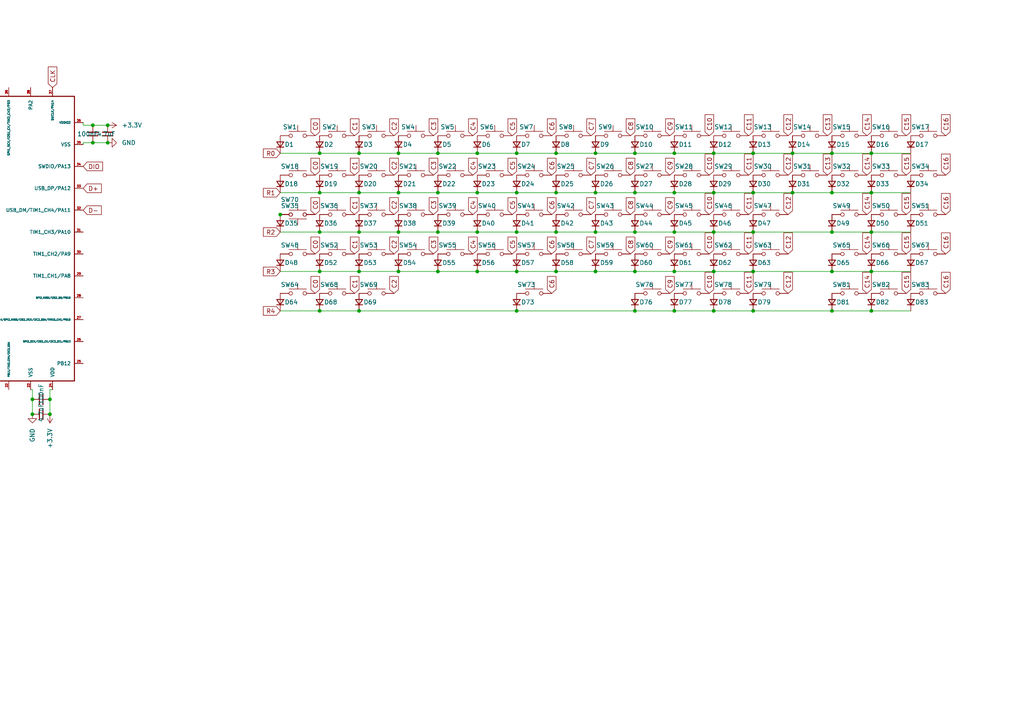
<source format=kicad_sch>
(kicad_sch (version 20240819) (generator "eeschema") (generator_version "8.99")
  (paper "A4")
  (lib_symbols
    (symbol "Connector:Conn_01x05_Socket" (pin_names (offset 1.016) hide)
      (property "Reference" "J" (at 0 7.62 0))
      (property "Value" "Conn_01x05_Socket" (at 0 -7.62 0))
      (symbol "Conn_01x05_Socket_1_1"
        (pin passive line (at -5.08 5.08 0) (length 3.81) (name "Pin_1") (number "1"))
        (pin passive line (at -5.08 2.54 0) (length 3.81) (name "Pin_2") (number "2"))
        (pin passive line (at -5.08 0 0) (length 3.81) (name "Pin_3") (number "3"))
        (pin passive line (at -5.08 -2.54 0) (length 3.81) (name "Pin_4") (number "4"))
        (pin passive line (at -5.08 -5.08 0) (length 3.81) (name "Pin_5") (number "5"))
      )
    )
    (symbol "Connector:USB_C_Receptacle_USB2.0_14P" (pin_names (offset 1.016))
      (property "Reference" "J" (at 0 22.225 0))
      (property "Value" "USB_C_Receptacle_USB2.0_14P" (at 0 19.685 0))
      (symbol "USB_C_Receptacle_USB2.0_14P_1_1"
        (pin passive line (at -7.62 -22.86 90) (length 5.08) (name "SHIELD") (number "S1"))
        (pin passive line (at 0 -22.86 90) (length 5.08) (name "GND") (number "A1"))
        (pin passive line (at 0 -22.86 90) (length 5.08) hide (name "GND") (number "A12"))
        (pin passive line (at 0 -22.86 90) (length 5.08) hide (name "GND") (number "B1"))
        (pin passive line (at 0 -22.86 90) (length 5.08) hide (name "GND") (number "B12"))
        (pin passive line (at 15.24 15.24 180) (length 5.08) (name "VBUS") (number "A4"))
        (pin passive line (at 15.24 15.24 180) (length 5.08) hide (name "VBUS") (number "A9"))
        (pin passive line (at 15.24 15.24 180) (length 5.08) hide (name "VBUS") (number "B4"))
        (pin passive line (at 15.24 15.24 180) (length 5.08) hide (name "VBUS") (number "B9"))
        (pin bidirectional line (at 15.24 10.16 180) (length 5.08) (name "CC1") (number "A5"))
        (pin bidirectional line (at 15.24 7.62 180) (length 5.08) (name "CC2") (number "B5"))
        (pin bidirectional line (at 15.24 2.54 180) (length 5.08) (name "D-") (number "A7"))
        (pin bidirectional line (at 15.24 0 180) (length 5.08) (name "D-") (number "B7"))
        (pin bidirectional line (at 15.24 -2.54 180) (length 5.08) (name "D+") (number "A6"))
        (pin bidirectional line (at 15.24 -5.08 180) (length 5.08) (name "D+") (number "B6"))
      )
    )
    (symbol "Device:C_Small" (pin_numbers hide) (pin_names (offset 0.254) hide)
      (property "Reference" "C" (at 0.254 1.778 0))
      (property "Value" "C_Small" (at 0.254 -2.032 0))
      (symbol "C_Small_1_1"
        (pin passive line (at 0 2.54 270) (length 2.032) (name "~") (number "1"))
        (pin passive line (at 0 -2.54 90) (length 2.032) (name "~") (number "2"))
      )
    )
    (symbol "Device:D_Small" (pin_numbers hide) (pin_names (offset 0.254) hide)
      (property "Reference" "D" (at -1.27 2.032 0))
      (property "Value" "D_Small" (at -3.81 -2.032 0))
      (symbol "D_Small_1_1"
        (pin passive line (at -2.54 0 0) (length 1.778) (name "K") (number "1"))
        (pin passive line (at 2.54 0 180) (length 1.778) (name "A") (number "2"))
      )
    )
    (symbol "Device:R_Small" (pin_numbers hide) (pin_names (offset 0.254) hide)
      (property "Reference" "R" (at 0.762 0.508 0))
      (property "Value" "R_Small" (at 0.762 -1.016 0))
      (symbol "R_Small_1_1"
        (pin passive line (at 0 2.54 270) (length 0.762) (name "~") (number "1"))
        (pin passive line (at 0 -2.54 90) (length 0.762) (name "~") (number "2"))
      )
    )
    (symbol "Regulator_Linear:AMS1117"
      (property "Reference" "U" (at -3.81 3.175 0))
      (property "Value" "AMS1117" (at 0 3.175 0))
      (symbol "AMS1117_1_1"
        (pin power_in line (at -7.62 0 0) (length 2.54) (name "VI") (number "3"))
        (pin input line (at 0 -7.62 90) (length 2.54) (name "ADJ") (number "1"))
        (pin power_out line (at 7.62 0 180) (length 2.54) (name "VO") (number "2"))
      )
    )
    (symbol "Switch:SW_Push" (pin_numbers hide) (pin_names (offset 1.016) hide)
      (property "Reference" "SW" (at 1.27 2.54 0))
      (property "Value" "SW_Push" (at 0 -1.524 0))
      (symbol "SW_Push_0_1"
        (pin passive line (at -5.08 0 0) (length 2.54) (name "1") (number "1"))
        (pin passive line (at 5.08 0 180) (length 2.54) (name "2") (number "2"))
      )
    )
    (symbol "power:+3.3V" (power) (pin_numbers hide) (pin_names (offset 0) hide)
      (property "Value" "+3.3V" (at 0 3.556 0))
      (symbol "+3.3V_1_1"
        (pin power_in line (at 0 0 90) (length 0) (name "~") (number "1"))
      )
    )
    (symbol "power:+5V" (power) (pin_numbers hide) (pin_names (offset 0) hide)
      (property "Value" "+5V" (at 0 3.556 0))
      (symbol "+5V_1_1"
        (pin power_in line (at 0 0 90) (length 0) (name "~") (number "1"))
      )
    )
    (symbol "power:GND" (power) (pin_numbers hide) (pin_names (offset 0) hide)
      (property "Value" "GND" (at 0 -3.81 0))
      (symbol "GND_1_1"
        (pin power_in line (at 0 0 270) (length 0) (name "~") (number "1"))
      )
    )
    (symbol "stm32f072:STM32F072-LQFP48-acheronSymbols" (pin_names (offset 1.016))
      (property "Reference" "U1" (at -1.905 3.175 0))
      (property "Value" "STM32F072-LQFP48" (at -15.24 -1.27 0))
      (symbol "STM32F072-LQFP48-acheronSymbols_1_1"
        (pin power_in line (at -43.18 35.56 0) (length 2.54) (name "VBAT") (number "1"))
        (pin bidirectional line (at -43.18 29.21 0) (length 2.54) (name "PC13") (number "2"))
        (pin bidirectional line (at -43.18 22.86 0) (length 2.54) (name "PC14/OSC32_IN") (number "3"))
        (pin bidirectional line (at -43.18 16.51 0) (length 2.54) (name "PC15/OSC32_OUT") (number "4"))
        (pin bidirectional line (at -43.18 10.16 0) (length 2.54) (name "PF0/OSC_IN") (number "5"))
        (pin bidirectional line (at -43.18 3.81 0) (length 2.54) (name "PF1/OSC_OUT") (number "6"))
        (pin input line (at -43.18 -2.54 0) (length 2.54) (name "NRST") (number "7"))
        (pin power_in line (at -43.18 -8.89 0) (length 2.54) (name "VSSA") (number "8"))
        (pin power_in line (at -43.18 -15.24 0) (length 2.54) (name "VDDA") (number "9"))
        (pin bidirectional line (at -43.18 -21.59 0) (length 2.54) (name "PA0/ADC_IN0") (number "10"))
        (pin bidirectional line (at -43.18 -27.94 0) (length 2.54) (name "PA1/ADC_IN1") (number "11"))
        (pin bidirectional line (at -43.18 -34.29 0) (length 2.54) (name "PA2/ADC_IN2") (number "12"))
        (pin input line (at -34.29 44.45 270) (length 2.54) (name "VDD") (number "48"))
        (pin bidirectional line (at -34.29 -43.18 90) (length 2.54) (name "PA3/TIM15_CH2/ADC_IN3") (number "13"))
        (pin input line (at -27.94 44.45 270) (length 2.54) (name "VSS") (number "47"))
        (pin bidirectional line (at -27.94 -43.18 90) (length 2.54) (name "PA4/TIM14_CH1/ADC_IN4") (number "14"))
        (pin input line (at -21.59 44.45 270) (length 2.54) (name "SPI2_NSS/I2S2_WS/I2C1_SDA/TIM17_CH1/PB9") (number "46"))
        (pin bidirectional line (at -21.59 -43.18 90) (length 2.54) (name "PA5/ADC_IN5/DAC_OUT2") (number "15"))
        (pin bidirectional line (at -15.24 44.45 270) (length 2.54) (name "I2C1_SCL/TIM16_CH1/PB8") (number "45"))
        (pin bidirectional line (at -15.24 -43.18 90) (length 2.54) (name "PA6/ADC_IN6/TIM3_CH1/TIM16_CH1") (number "16"))
        (pin output line (at -8.89 44.45 270) (length 2.54) (name "BOOT0") (number "44"))
        (pin bidirectional line (at -8.89 -43.18 90) (length 2.54) (name "PA7/TIM3_CH2/TIM14_CH1/ADC_IN7") (number "17"))
        (pin bidirectional line (at -2.54 44.45 270) (length 2.54) (name "2C1_SDA/PB7") (number "43"))
        (pin bidirectional line (at -2.54 -43.18 90) (length 2.54) (name "PB0/TIM3_CH3/ADC_IN8") (number "18"))
        (pin bidirectional line (at 3.81 44.45 270) (length 2.54) (name "I2C1_SCL/PB6") (number "42"))
        (pin bidirectional line (at 3.81 -43.18 90) (length 2.54) (name "PB1/TIM3_CH4/TIM14_CH1/ADC_IN9") (number "19"))
        (pin bidirectional line (at 10.16 44.45 270) (length 2.54) (name "SPI1_MOSI/I2S1_SD/TIM3_CH2/PB5") (number "41"))
        (pin bidirectional line (at 10.16 -43.18 90) (length 2.54) (name "PB2") (number "20"))
        (pin bidirectional line (at 16.51 44.45 270) (length 2.54) (name "SPI1_MISO/I2S1_MCK/TIM3_CH1/PB4") (number "40"))
        (pin bidirectional line (at 16.51 -43.18 90) (length 2.54) (name "PB10/SPI2_SCK/I2C2_SCL/TIM2_CH3") (number "21"))
        (pin bidirectional line (at 22.86 44.45 270) (length 2.54) (name "SPI1_SCK/I2S1_CK/TIM2_CH2/PB3") (number "39"))
        (pin bidirectional line (at 22.86 -43.18 90) (length 2.54) (name "PB11/TIM2_CH4/I2C2_SDA") (number "22"))
        (pin bidirectional line (at 29.21 44.45 270) (length 2.54) (name "PA2") (number "38"))
        (pin power_in line (at 29.21 -43.18 90) (length 2.54) (name "VSS") (number "23"))
        (pin bidirectional line (at 35.56 44.45 270) (length 2.54) (name "SWCLK/PA14") (number "37"))
        (pin power_in line (at 35.56 -43.18 90) (length 2.54) (name "VDD") (number "24"))
        (pin power_in line (at 44.45 34.29 180) (length 2.54) (name "VDDIO2") (number "36"))
        (pin power_in line (at 44.45 27.94 180) (length 2.54) (name "VSS") (number "35"))
        (pin bidirectional line (at 44.45 21.59 180) (length 2.54) (name "SWDIO/PA13") (number "34"))
        (pin bidirectional line (at 44.45 15.24 180) (length 2.54) (name "USB_DP/PA12") (number "33"))
        (pin bidirectional line (at 44.45 8.89 180) (length 2.54) (name "USB_DM/TIM1_CH4/PA11") (number "32"))
        (pin bidirectional line (at 44.45 2.54 180) (length 2.54) (name "TIM1_CH3/PA10") (number "31"))
        (pin bidirectional line (at 44.45 -3.81 180) (length 2.54) (name "TIM1_CH2/PA9") (number "30"))
        (pin bidirectional line (at 44.45 -10.16 180) (length 2.54) (name "TIM1_CH1/PA8") (number "29"))
        (pin bidirectional line (at 44.45 -16.51 180) (length 2.54) (name "SPI2_MOSI/I2S2_SD/PB15") (number "28"))
        (pin bidirectional line (at 44.45 -22.86 180) (length 2.54) (name "PB14/SPI2_MISO/I2S2_MCK/I2C2_SDA/TIM15_CH1/PB15") (number "27"))
        (pin bidirectional line (at 44.45 -29.21 180) (length 2.54) (name "SPI2_SCK/I2S2_CK/I2C2_SCL/PB13") (number "26"))
        (pin bidirectional line (at 44.45 -35.56 180) (length 2.54) (name "PB12") (number "25"))
      )
    )
  )
  (junction (at 218.44 55.88))
  (junction (at -70.612 79.248))
  (junction (at 252.73 78.74))
  (junction (at -137.16 81.28))
  (junction (at 195.58 67.31))
  (junction (at 92.71 67.31))
  (junction (at 149.86 44.45))
  (junction (at 127 44.45))
  (junction (at -53.848 22.606))
  (junction (at 26.924 41.402))
  (junction (at 218.44 78.74))
  (junction (at 115.57 44.45))
  (junction (at 81.28 62.23))
  (junction (at 92.71 44.45))
  (junction (at 252.73 90.17))
  (junction (at -66.294 79.248))
  (junction (at -74.93 13.716))
  (junction (at 195.58 44.45))
  (junction (at -66.294 84.328))
  (junction (at 172.72 55.88))
  (junction (at 127 78.74))
  (junction (at 241.3 55.88))
  (junction (at 115.57 55.88))
  (junction (at 184.15 90.17))
  (junction (at 9.398 120.142))
  (junction (at 195.58 90.17))
  (junction (at 218.44 67.31))
  (junction (at 161.29 44.45))
  (junction (at -152.4 101.6))
  (junction (at 184.15 78.74))
  (junction (at -63.5 34.29))
  (junction (at -137.16 69.85))
  (junction (at 31.242 41.402))
  (junction (at 229.87 55.88))
  (junction (at 161.29 78.74))
  (junction (at 195.58 55.88))
  (junction (at 92.71 55.88))
  (junction (at -72.136 13.716))
  (junction (at 149.86 67.31))
  (junction (at 127 55.88))
  (junction (at 218.44 90.17))
  (junction (at 207.01 78.74))
  (junction (at 172.72 78.74))
  (junction (at 241.3 67.31))
  (junction (at 207.01 90.17))
  (junction (at 104.14 44.45))
  (junction (at 14.478 115.824))
  (junction (at 138.43 44.45))
  (junction (at 252.73 55.88))
  (junction (at 138.43 67.31))
  (junction (at 149.86 55.88))
  (junction (at -48.768 18.288))
  (junction (at 149.86 78.74))
  (junction (at -48.768 22.606))
  (junction (at 31.242 36.322))
  (junction (at -137.16 78.74))
  (junction (at -53.848 18.288))
  (junction (at 184.15 67.31))
  (junction (at 92.71 90.17))
  (junction (at 207.01 44.45))
  (junction (at -70.612 84.328))
  (junction (at 138.43 78.74))
  (junction (at 207.01 55.88))
  (junction (at 149.86 90.17))
  (junction (at 127 67.31))
  (junction (at 92.71 78.74))
  (junction (at 161.29 55.88))
  (junction (at 9.398 115.824))
  (junction (at 229.87 44.45))
  (junction (at 252.73 44.45))
  (junction (at 252.73 67.31))
  (junction (at 184.15 55.88))
  (junction (at 104.14 78.74))
  (junction (at 104.14 67.31))
  (junction (at 207.01 67.31))
  (junction (at 241.3 44.45))
  (junction (at 218.44 44.45))
  (junction (at 115.57 78.74))
  (junction (at 14.478 120.142))
  (junction (at 241.3 78.74))
  (junction (at 115.57 67.31))
  (junction (at 161.29 67.31))
  (junction (at 172.72 67.31))
  (junction (at 138.43 55.88))
  (junction (at 172.72 44.45))
  (junction (at 104.14 55.88))
  (junction (at 104.14 90.17))
  (junction (at 241.3 90.17))
  (junction (at 184.15 44.45))
  (junction (at 195.58 78.74))
  (junction (at 26.924 36.322))
  (no_connect (at -63.5 66.04))
  (no_connect (at -63.5 59.69))
  (wire (pts (xy 241.3 78.74) (xy 252.73 78.74)))
  (wire (pts (xy 115.57 78.74) (xy 127 78.74)))
  (wire (pts (xy 138.43 55.88) (xy 149.86 55.88)))
  (wire (pts (xy 149.86 44.45) (xy 161.29 44.45)))
  (wire (pts (xy -63.5 84.328) (xy -66.294 84.328)))
  (wire (pts (xy -137.16 69.85) (xy -137.16 71.12)))
  (wire (pts (xy 24.13 36.322) (xy 26.924 36.322)))
  (wire (pts (xy 229.87 44.45) (xy 241.3 44.45)))
  (wire (pts (xy -137.16 81.28) (xy -125.984 81.28)))
  (wire (pts (xy 241.3 90.17) (xy 252.73 90.17)))
  (wire (pts (xy 14.478 113.03) (xy 14.478 115.824)))
  (wire (pts (xy 172.72 78.74) (xy 184.15 78.74)))
  (wire (pts (xy -160.02 101.6) (xy -152.4 101.6)))
  (wire (pts (xy 218.44 55.88) (xy 229.87 55.88)))
  (wire (pts (xy 92.71 78.74) (xy 104.14 78.74)))
  (wire (pts (xy 172.72 44.45) (xy 184.15 44.45)))
  (wire (pts (xy -63.5 85.09) (xy -63.5 84.328)))
  (wire (pts (xy 138.43 67.31) (xy 149.86 67.31)))
  (wire (pts (xy 207.01 67.31) (xy 218.44 67.31)))
  (wire (pts (xy -66.294 84.328) (xy -70.612 84.328)))
  (wire (pts (xy 26.924 36.322) (xy 31.242 36.322)))
  (wire (pts (xy 104.14 55.88) (xy 115.57 55.88)))
  (wire (pts (xy 81.28 44.45) (xy 92.71 44.45)))
  (wire (pts (xy 81.28 55.88) (xy 92.71 55.88)))
  (wire (pts (xy -77.47 13.716) (xy -74.93 13.716)))
  (wire (pts (xy -48.768 22.606) (xy -48.768 25.4)))
  (wire (pts (xy 207.01 55.88) (xy 218.44 55.88)))
  (wire (pts (xy 252.73 55.88) (xy 264.16 55.88)))
  (wire (pts (xy 207.01 78.74) (xy 218.44 78.74)))
  (wire (pts (xy 184.15 55.88) (xy 195.58 55.88)))
  (wire (pts (xy 149.86 67.31) (xy 161.29 67.31)))
  (wire (pts (xy 9.398 120.142) (xy 9.398 115.824)))
  (wire (pts (xy 172.72 67.31) (xy 184.15 67.31)))
  (wire (pts (xy 184.15 44.45) (xy 195.58 44.45)))
  (wire (pts (xy 92.71 67.31) (xy 104.14 67.31)))
  (wire (pts (xy 252.73 67.31) (xy 264.16 67.31)))
  (wire (pts (xy 172.72 55.88) (xy 184.15 55.88)))
  (wire (pts (xy 104.14 90.17) (xy 149.86 90.17)))
  (wire (pts (xy 218.44 67.31) (xy 241.3 67.31)))
  (wire (pts (xy 92.71 44.45) (xy 104.14 44.45)))
  (wire (pts (xy -66.294 79.248) (xy -63.5 79.248)))
  (wire (pts (xy 252.73 90.17) (xy 264.16 90.17)))
  (wire (pts (xy 9.398 113.03) (xy 8.89 113.03)))
  (wire (pts (xy 92.71 55.88) (xy 104.14 55.88)))
  (wire (pts (xy 252.73 78.74) (xy 264.16 78.74)))
  (wire (pts (xy 115.57 55.88) (xy 127 55.88)))
  (wire (pts (xy -48.768 18.288) (xy -48.768 22.606)))
  (wire (pts (xy 207.01 44.45) (xy 218.44 44.45)))
  (wire (pts (xy -54.61 25.4) (xy -53.848 25.4)))
  (wire (pts (xy 115.57 67.31) (xy 127 67.31)))
  (wire (pts (xy 26.924 41.402) (xy 24.13 41.402)))
  (wire (pts (xy 241.3 55.88) (xy 252.73 55.88)))
  (wire (pts (xy 24.13 41.402) (xy 24.13 41.91)))
  (wire (pts (xy -137.16 78.74) (xy -125.984 78.74)))
  (wire (pts (xy -53.848 22.606) (xy -53.848 18.288)))
  (wire (pts (xy 195.58 90.17) (xy 207.01 90.17)))
  (wire (pts (xy 195.58 78.74) (xy 207.01 78.74)))
  (wire (pts (xy -53.848 25.4) (xy -53.848 22.606)))
  (wire (pts (xy 195.58 55.88) (xy 207.01 55.88)))
  (wire (pts (xy 218.44 44.45) (xy 229.87 44.45)))
  (wire (pts (xy 81.28 78.74) (xy 92.71 78.74)))
  (wire (pts (xy 195.58 67.31) (xy 207.01 67.31)))
  (wire (pts (xy 184.15 67.31) (xy 195.58 67.31)))
  (wire (pts (xy 104.14 44.45) (xy 115.57 44.45)))
  (wire (pts (xy -48.768 25.4) (xy -48.26 25.4)))
  (wire (pts (xy 241.3 67.31) (xy 252.73 67.31)))
  (wire (pts (xy -70.612 79.248) (xy -66.294 79.248)))
  (wire (pts (xy 81.28 90.17) (xy 92.71 90.17)))
  (wire (pts (xy 161.29 55.88) (xy 172.72 55.88)))
  (wire (pts (xy -72.136 13.716) (xy -72.136 13.462)))
  (wire (pts (xy -137.16 68.58) (xy -137.16 69.85)))
  (wire (pts (xy 229.87 55.88) (xy 241.3 55.88)))
  (wire (pts (xy -63.5 79.248) (xy -63.5 78.74)))
  (wire (pts (xy -72.136 8.382) (xy -74.93 8.382)))
  (wire (pts (xy 127 78.74) (xy 138.43 78.74)))
  (wire (pts (xy 9.398 115.824) (xy 9.398 113.03)))
  (wire (pts (xy -74.93 13.716) (xy -72.136 13.716)))
  (wire (pts (xy -82.55 13.716) (xy -85.09 13.716)))
  (wire (pts (xy -74.93 9.906) (xy -74.93 13.716)))
  (wire (pts (xy -137.16 76.2) (xy -137.16 78.74)))
  (wire (pts (xy -85.09 13.716) (xy -85.09 9.906)))
  (wire (pts (xy 161.29 44.45) (xy 172.72 44.45)))
  (wire (pts (xy 115.57 44.45) (xy 127 44.45)))
  (wire (pts (xy 149.86 78.74) (xy 161.29 78.74)))
  (wire (pts (xy 241.3 44.45) (xy 252.73 44.45)))
  (wire (pts (xy 218.44 90.17) (xy 241.3 90.17)))
  (wire (pts (xy 127 44.45) (xy 138.43 44.45)))
  (wire (pts (xy 184.15 78.74) (xy 195.58 78.74)))
  (wire (pts (xy 104.14 67.31) (xy 115.57 67.31)))
  (wire (pts (xy 161.29 78.74) (xy 172.72 78.74)))
  (wire (pts (xy 149.86 90.17) (xy 184.15 90.17)))
  (wire (pts (xy 92.71 90.17) (xy 104.14 90.17)))
  (wire (pts (xy 127 55.88) (xy 138.43 55.88)))
  (wire (pts (xy 15.24 113.03) (xy 14.478 113.03)))
  (wire (pts (xy 31.242 41.402) (xy 26.924 41.402)))
  (wire (pts (xy 149.86 55.88) (xy 161.29 55.88)))
  (wire (pts (xy 127 67.31) (xy 138.43 67.31)))
  (wire (pts (xy 138.43 44.45) (xy 149.86 44.45)))
  (wire (pts (xy 184.15 90.17) (xy 195.58 90.17)))
  (wire (pts (xy 104.14 78.74) (xy 115.57 78.74)))
  (wire (pts (xy 218.44 78.74) (xy 241.3 78.74)))
  (wire (pts (xy 14.478 115.824) (xy 14.478 120.142)))
  (wire (pts (xy 195.58 44.45) (xy 207.01 44.45)))
  (wire (pts (xy 81.28 67.31) (xy 92.71 67.31)))
  (wire (pts (xy 161.29 67.31) (xy 172.72 67.31)))
  (wire (pts (xy 207.01 90.17) (xy 218.44 90.17)))
  (wire (pts (xy 252.73 44.45) (xy 264.16 44.45)))
  (wire (pts (xy 138.43 78.74) (xy 149.86 78.74)))
  (wire (pts (xy -137.16 81.28) (xy -137.16 83.82)))
  (wire (pts (xy 24.13 35.56) (xy 24.13 36.322)))
  (global_label "CLK" (shape input) (at 15.24 25.4 90) (property "Intersheetrefs" "${INTERSHEET_REFS}" (effects (hide yes))))
  (global_label "C5" (shape input) (at 148.59 73.66 90) (property "Intersheetrefs" "${INTERSHEET_REFS}" (effects (hide yes))))
  (global_label "C9" (shape input) (at 194.31 73.66 90) (property "Intersheetrefs" "${INTERSHEET_REFS}" (effects (hide yes))))
  (global_label "D-" (shape input) (at -126.238 78.74 0) (property "Intersheetrefs" "${INTERSHEET_REFS}" (effects (hide yes))))
  (global_label "C5" (shape input) (at 148.59 39.37 90) (property "Intersheetrefs" "${INTERSHEET_REFS}" (effects (hide yes))))
  (global_label "C10" (shape input) (at 205.74 50.8 90) (property "Intersheetrefs" "${INTERSHEET_REFS}" (effects (hide yes))))
  (global_label "C14" (shape input) (at 251.46 73.66 90) (property "Intersheetrefs" "${INTERSHEET_REFS}" (effects (hide yes))))
  (global_label "RST" (shape input) (at -85.09 9.906 180) (property "Intersheetrefs" "${INTERSHEET_REFS}" (effects (hide yes))))
  (global_label "C0" (shape input) (at 91.44 85.09 90) (property "Intersheetrefs" "${INTERSHEET_REFS}" (effects (hide yes))))
  (global_label "R1" (shape input) (at 81.28 55.88 180) (property "Intersheetrefs" "${INTERSHEET_REFS}" (effects (hide yes))))
  (global_label "C13" (shape input) (at 240.03 39.37 90) (property "Intersheetrefs" "${INTERSHEET_REFS}" (effects (hide yes))))
  (global_label "R2" (shape input) (at 81.28 67.31 180) (property "Intersheetrefs" "${INTERSHEET_REFS}" (effects (hide yes))))
  (global_label "C1" (shape input) (at 102.87 50.8 90) (property "Intersheetrefs" "${INTERSHEET_REFS}" (effects (hide yes))))
  (global_label "R3" (shape input) (at 81.28 78.74 180) (property "Intersheetrefs" "${INTERSHEET_REFS}" (effects (hide yes))))
  (global_label "C1" (shape input) (at 102.87 62.23 90) (property "Intersheetrefs" "${INTERSHEET_REFS}" (effects (hide yes))))
  (global_label "C8" (shape input) (at 182.88 62.23 90) (property "Intersheetrefs" "${INTERSHEET_REFS}" (effects (hide yes))))
  (global_label "C2" (shape input) (at 114.3 62.23 90) (property "Intersheetrefs" "${INTERSHEET_REFS}" (effects (hide yes))))
  (global_label "C16" (shape input) (at 274.32 85.09 90) (property "Intersheetrefs" "${INTERSHEET_REFS}" (effects (hide yes))))
  (global_label "C5" (shape input) (at 148.59 62.23 90) (property "Intersheetrefs" "${INTERSHEET_REFS}" (effects (hide yes))))
  (global_label "C15" (shape input) (at 262.89 85.09 90) (property "Intersheetrefs" "${INTERSHEET_REFS}" (effects (hide yes))))
  (global_label "C12" (shape input) (at 228.6 62.23 90) (property "Intersheetrefs" "${INTERSHEET_REFS}" (effects (hide yes))))
  (global_label "C5" (shape input) (at 148.59 50.8 90) (property "Intersheetrefs" "${INTERSHEET_REFS}" (effects (hide yes))))
  (global_label "C14" (shape input) (at 251.46 62.23 90) (property "Intersheetrefs" "${INTERSHEET_REFS}" (effects (hide yes))))
  (global_label "C7" (shape input) (at 171.45 39.37 90) (property "Intersheetrefs" "${INTERSHEET_REFS}" (effects (hide yes))))
  (global_label "C10" (shape input) (at 205.74 62.23 90) (property "Intersheetrefs" "${INTERSHEET_REFS}" (effects (hide yes))))
  (global_label "C12" (shape input) (at 228.6 39.37 90) (property "Intersheetrefs" "${INTERSHEET_REFS}" (effects (hide yes))))
  (global_label "R0" (shape input) (at 81.28 44.45 180) (property "Intersheetrefs" "${INTERSHEET_REFS}" (effects (hide yes))))
  (global_label "C14" (shape input) (at 251.46 39.37 90) (property "Intersheetrefs" "${INTERSHEET_REFS}" (effects (hide yes))))
  (global_label "C3" (shape input) (at 125.73 50.8 90) (property "Intersheetrefs" "${INTERSHEET_REFS}" (effects (hide yes))))
  (global_label "C11" (shape input) (at 217.17 73.66 90) (property "Intersheetrefs" "${INTERSHEET_REFS}" (effects (hide yes))))
  (global_label "C9" (shape input) (at 194.31 50.8 90) (property "Intersheetrefs" "${INTERSHEET_REFS}" (effects (hide yes))))
  (global_label "C11" (shape input) (at 217.17 62.23 90) (property "Intersheetrefs" "${INTERSHEET_REFS}" (effects (hide yes))))
  (global_label "C10" (shape input) (at 205.74 73.66 90) (property "Intersheetrefs" "${INTERSHEET_REFS}" (effects (hide yes))))
  (global_label "C0" (shape input) (at 91.44 50.8 90) (property "Intersheetrefs" "${INTERSHEET_REFS}" (effects (hide yes))))
  (global_label "C15" (shape input) (at 262.89 62.23 90) (property "Intersheetrefs" "${INTERSHEET_REFS}" (effects (hide yes))))
  (global_label "D-" (shape input) (at 24.13 60.96 0) (property "Intersheetrefs" "${INTERSHEET_REFS}" (effects (hide yes))))
  (global_label "C12" (shape input) (at 228.6 50.8 90) (property "Intersheetrefs" "${INTERSHEET_REFS}" (effects (hide yes))))
  (global_label "C1" (shape input) (at 102.87 85.09 90) (property "Intersheetrefs" "${INTERSHEET_REFS}" (effects (hide yes))))
  (global_label "C4" (shape input) (at 137.16 73.66 90) (property "Intersheetrefs" "${INTERSHEET_REFS}" (effects (hide yes))))
  (global_label "RST" (shape input) (at -63.5 72.39 180) (property "Intersheetrefs" "${INTERSHEET_REFS}" (effects (hide yes))))
  (global_label "DIO" (shape input) (at 24.13 48.26 0) (property "Intersheetrefs" "${INTERSHEET_REFS}" (effects (hide yes))))
  (global_label "C6" (shape input) (at 160.02 62.23 90) (property "Intersheetrefs" "${INTERSHEET_REFS}" (effects (hide yes))))
  (global_label "R4" (shape input) (at 81.28 90.17 180) (property "Intersheetrefs" "${INTERSHEET_REFS}" (effects (hide yes))))
  (global_label "C15" (shape input) (at 262.89 50.8 90) (property "Intersheetrefs" "${INTERSHEET_REFS}" (effects (hide yes))))
  (global_label "C16" (shape input) (at 274.32 62.23 90) (property "Intersheetrefs" "${INTERSHEET_REFS}" (effects (hide yes))))
  (global_label "C0" (shape input) (at 91.44 39.37 90) (property "Intersheetrefs" "${INTERSHEET_REFS}" (effects (hide yes))))
  (global_label "C2" (shape input) (at 114.3 85.09 90) (property "Intersheetrefs" "${INTERSHEET_REFS}" (effects (hide yes))))
  (global_label "C3" (shape input) (at 125.73 39.37 90) (property "Intersheetrefs" "${INTERSHEET_REFS}" (effects (hide yes))))
  (global_label "C8" (shape input) (at 182.88 50.8 90) (property "Intersheetrefs" "${INTERSHEET_REFS}" (effects (hide yes))))
  (global_label "C6" (shape input) (at 160.02 39.37 90) (property "Intersheetrefs" "${INTERSHEET_REFS}" (effects (hide yes))))
  (global_label "C3" (shape input) (at 125.73 62.23 90) (property "Intersheetrefs" "${INTERSHEET_REFS}" (effects (hide yes))))
  (global_label "C8" (shape input) (at 182.88 73.66 90) (property "Intersheetrefs" "${INTERSHEET_REFS}" (effects (hide yes))))
  (global_label "C2" (shape input) (at 114.3 39.37 90) (property "Intersheetrefs" "${INTERSHEET_REFS}" (effects (hide yes))))
  (global_label "CLK" (shape input) (at -16.002 82.804 270) (property "Intersheetrefs" "${INTERSHEET_REFS}" (effects (hide yes))))
  (global_label "C14" (shape input) (at 251.46 85.09 90) (property "Intersheetrefs" "${INTERSHEET_REFS}" (effects (hide yes))))
  (global_label "C7" (shape input) (at 171.45 62.23 90) (property "Intersheetrefs" "${INTERSHEET_REFS}" (effects (hide yes))))
  (global_label "boot" (shape input) (at -29.21 25.4 90) (property "Intersheetrefs" "${INTERSHEET_REFS}" (effects (hide yes))))
  (global_label "C2" (shape input) (at 114.3 50.8 90) (property "Intersheetrefs" "${INTERSHEET_REFS}" (effects (hide yes))))
  (global_label "C9" (shape input) (at 194.31 39.37 90) (property "Intersheetrefs" "${INTERSHEET_REFS}" (effects (hide yes))))
  (global_label "C15" (shape input) (at 262.89 73.66 90) (property "Intersheetrefs" "${INTERSHEET_REFS}" (effects (hide yes))))
  (global_label "DIO" (shape input) (at -18.542 82.804 270) (property "Intersheetrefs" "${INTERSHEET_REFS}" (effects (hide yes))))
  (global_label "C6" (shape input) (at 160.02 73.66 90) (property "Intersheetrefs" "${INTERSHEET_REFS}" (effects (hide yes))))
  (global_label "C11" (shape input) (at 217.17 39.37 90) (property "Intersheetrefs" "${INTERSHEET_REFS}" (effects (hide yes))))
  (global_label "C0" (shape input) (at 91.44 62.23 90) (property "Intersheetrefs" "${INTERSHEET_REFS}" (effects (hide yes))))
  (global_label "C4" (shape input) (at 137.16 39.37 90) (property "Intersheetrefs" "${INTERSHEET_REFS}" (effects (hide yes))))
  (global_label "C4" (shape input) (at 137.16 62.23 90) (property "Intersheetrefs" "${INTERSHEET_REFS}" (effects (hide yes))))
  (global_label "C7" (shape input) (at 171.45 73.66 90) (property "Intersheetrefs" "${INTERSHEET_REFS}" (effects (hide yes))))
  (global_label "C16" (shape input) (at 274.32 50.8 90) (property "Intersheetrefs" "${INTERSHEET_REFS}" (effects (hide yes))))
  (global_label "C9" (shape input) (at -63.5 40.64 180) (property "Intersheetrefs" "${INTERSHEET_REFS}" (effects (hide yes))))
  (global_label "C10" (shape input) (at 205.74 39.37 90) (property "Intersheetrefs" "${INTERSHEET_REFS}" (effects (hide yes))))
  (global_label "D+" (shape input) (at -126.238 81.28 0) (property "Intersheetrefs" "${INTERSHEET_REFS}" (effects (hide yes))))
  (global_label "C10" (shape input) (at 205.74 85.09 90) (property "Intersheetrefs" "${INTERSHEET_REFS}" (effects (hide yes))))
  (global_label "C1" (shape input) (at 102.87 73.66 90) (property "Intersheetrefs" "${INTERSHEET_REFS}" (effects (hide yes))))
  (global_label "D+" (shape input) (at 24.13 54.61 0) (property "Intersheetrefs" "${INTERSHEET_REFS}" (effects (hide yes))))
  (global_label "C16" (shape input) (at 274.32 73.66 90) (property "Intersheetrefs" "${INTERSHEET_REFS}" (effects (hide yes))))
  (global_label "C0" (shape input) (at 91.44 73.66 90) (property "Intersheetrefs" "${INTERSHEET_REFS}" (effects (hide yes))))
  (global_label "C11" (shape input) (at 217.17 50.8 90) (property "Intersheetrefs" "${INTERSHEET_REFS}" (effects (hide yes))))
  (global_label "C9" (shape input) (at 194.31 62.23 90) (property "Intersheetrefs" "${INTERSHEET_REFS}" (effects (hide yes))))
  (global_label "C4" (shape input) (at 137.16 50.8 90) (property "Intersheetrefs" "${INTERSHEET_REFS}" (effects (hide yes))))
  (global_label "C8" (shape input) (at 182.88 39.37 90) (property "Intersheetrefs" "${INTERSHEET_REFS}" (effects (hide yes))))
  (global_label "C16" (shape input) (at 274.32 39.37 90) (property "Intersheetrefs" "${INTERSHEET_REFS}" (effects (hide yes))))
  (global_label "C6" (shape input) (at 160.02 85.09 90) (property "Intersheetrefs" "${INTERSHEET_REFS}" (effects (hide yes))))
  (global_label "C15" (shape input) (at 262.89 39.37 90) (property "Intersheetrefs" "${INTERSHEET_REFS}" (effects (hide yes))))
  (global_label "C2" (shape input) (at 114.3 73.66 90) (property "Intersheetrefs" "${INTERSHEET_REFS}" (effects (hide yes))))
  (global_label "C1" (shape input) (at 102.87 39.37 90) (property "Intersheetrefs" "${INTERSHEET_REFS}" (effects (hide yes))))
  (global_label "boot" (shape input) (at -72.136 8.382 90) (property "Intersheetrefs" "${INTERSHEET_REFS}" (effects (hide yes))))
  (global_label "C11" (shape input) (at 217.17 85.09 90) (property "Intersheetrefs" "${INTERSHEET_REFS}" (effects (hide yes))))
  (global_label "C7" (shape input) (at 171.45 50.8 90) (property "Intersheetrefs" "${INTERSHEET_REFS}" (effects (hide yes))))
  (global_label "C6" (shape input) (at 160.02 50.8 90) (property "Intersheetrefs" "${INTERSHEET_REFS}" (effects (hide yes))))
  (global_label "C9" (shape input) (at 194.31 85.09 90) (property "Intersheetrefs" "${INTERSHEET_REFS}" (effects (hide yes))))
  (global_label "C14" (shape input) (at 251.46 50.8 90) (property "Intersheetrefs" "${INTERSHEET_REFS}" (effects (hide yes))))
  (global_label "C3" (shape input) (at 125.73 73.66 90) (property "Intersheetrefs" "${INTERSHEET_REFS}" (effects (hide yes))))
  (global_label "C12" (shape input) (at 228.6 73.66 90) (property "Intersheetrefs" "${INTERSHEET_REFS}" (effects (hide yes))))
  (global_label "C12" (shape input) (at 228.6 85.09 90) (property "Intersheetrefs" "${INTERSHEET_REFS}" (effects (hide yes))))
  (global_label "C13" (shape input) (at 240.03 50.8 90) (property "Intersheetrefs" "${INTERSHEET_REFS}" (effects (hide yes))))
  (global_label "RST" (shape input) (at -21.082 82.804 270) (property "Intersheetrefs" "${INTERSHEET_REFS}" (effects (hide yes))))
  (symbol (lib_id "Device:D_Small") (at 81.28 87.63 90) (unit 1)
    (property "Reference" "D64" (at 82.55 87.63 90) (effects (justify right)))
    (property "Value" "D_Small" (effects (hide yes)))
    (property "Footprint" "Diode_SMD:D_MiniMELF" (effects (hide yes)))
    (property "Description" "Diode, small symbol" (effects (hide yes)))
    (property "Sim.Device" "D" (effects (hide yes)))
    (property "Sim.Pins" "1=K 2=A" (effects (hide yes)))
  )
  (symbol (lib_id "Switch:SW_Push") (at 177.8 39.37 0) (unit 1)
    (property "Reference" "SW9" (at 175.514 36.83 0))
    (property "Value" "SW_Push" (effects (hide yes)))
    (property "Footprint" "MX_cherry:MXOnly-1U_N" (effects (hide yes)))
    (property "Description" "Push button switch, generic, two pins" (effects (hide yes)))
  )
  (symbol (lib_id "Device:D_Small") (at 252.73 41.91 90) (unit 1)
    (property "Reference" "D16" (at 254 41.91 90) (effects (justify right)))
    (property "Value" "D_Small" (effects (hide yes)))
    (property "Footprint" "Diode_SMD:D_MiniMELF" (effects (hide yes)))
    (property "Description" "Diode, small symbol" (effects (hide yes)))
    (property "Sim.Device" "D" (effects (hide yes)))
    (property "Sim.Pins" "1=K 2=A" (effects (hide yes)))
  )
  (symbol (lib_id "Device:C_Small") (at -51.308 18.288 270) (unit 1)
    (property "Reference" "C5" (effects (hide yes)))
    (property "Value" "4.7uF" (at -51.308 16.002 0) (effects (justify left)))
    (property "Footprint" "Capacitor_SMD:C_0603_1608Metric" (effects (hide yes)))
    (property "Description" "Unpolarized capacitor, small symbol" (effects (hide yes)))
  )
  (symbol (lib_id "Device:D_Small") (at 138.43 53.34 90) (unit 1)
    (property "Reference" "D23" (at 139.7 53.34 90) (effects (justify right)))
    (property "Value" "D_Small" (effects (hide yes)))
    (property "Footprint" "Diode_SMD:D_MiniMELF" (effects (hide yes)))
    (property "Description" "Diode, small symbol" (effects (hide yes)))
    (property "Sim.Device" "D" (effects (hide yes)))
    (property "Sim.Pins" "1=K 2=A" (effects (hide yes)))
  )
  (symbol (lib_id "power:+5V") (at -99.314 29.464 90) (unit 1)
    (property "Reference" "#PWR011" (effects (hide yes)))
    (property "Value" "+5V" (at -103.632 29.464 0))
    (property "Description" "Power symbol creates a global label with name \"+5V\"" (effects (hide yes)))
  )
  (symbol (lib_id "Device:D_Small") (at 149.86 87.63 90) (unit 1)
    (property "Reference" "D73" (at 151.13 87.63 90) (effects (justify right)))
    (property "Value" "D_Small" (effects (hide yes)))
    (property "Footprint" "Diode_SMD:D_MiniMELF" (effects (hide yes)))
    (property "Description" "Diode, small symbol" (effects (hide yes)))
    (property "Sim.Device" "D" (effects (hide yes)))
    (property "Sim.Pins" "1=K 2=A" (effects (hide yes)))
  )
  (symbol (lib_id "Device:D_Small") (at 195.58 76.2 90) (unit 1)
    (property "Reference" "D61" (at 196.85 76.2 90) (effects (justify right)))
    (property "Value" "D_Small" (effects (hide yes)))
    (property "Footprint" "Diode_SMD:D_MiniMELF" (effects (hide yes)))
    (property "Description" "Diode, small symbol" (effects (hide yes)))
    (property "Sim.Device" "D" (effects (hide yes)))
    (property "Sim.Pins" "1=K 2=A" (effects (hide yes)))
  )
  (symbol (lib_id "Device:D_Small") (at 241.3 41.91 90) (unit 1)
    (property "Reference" "D15" (at 242.57 41.91 90) (effects (justify right)))
    (property "Value" "D_Small" (effects (hide yes)))
    (property "Footprint" "Diode_SMD:D_MiniMELF" (effects (hide yes)))
    (property "Description" "Diode, small symbol" (effects (hide yes)))
    (property "Sim.Device" "D" (effects (hide yes)))
    (property "Sim.Pins" "1=K 2=A" (effects (hide yes)))
  )
  (symbol (lib_id "Device:D_Small") (at 184.15 87.63 90) (unit 1)
    (property "Reference" "D76" (at 185.42 87.63 90) (effects (justify right)))
    (property "Value" "D_Small" (effects (hide yes)))
    (property "Footprint" "Diode_SMD:D_MiniMELF" (effects (hide yes)))
    (property "Description" "Diode, small symbol" (effects (hide yes)))
    (property "Sim.Device" "D" (effects (hide yes)))
    (property "Sim.Pins" "1=K 2=A" (effects (hide yes)))
  )
  (symbol (lib_id "Switch:SW_Push") (at 132.08 50.8 0) (unit 1)
    (property "Reference" "SW22" (at 129.794 48.26 0))
    (property "Value" "SW_Push" (effects (hide yes)))
    (property "Footprint" "MX_cherry:MXOnly-1U_N" (effects (hide yes)))
    (property "Description" "Push button switch, generic, two pins" (effects (hide yes)))
  )
  (symbol (lib_id "Device:R_Small") (at -72.136 10.922 0) (unit 1)
    (property "Reference" "R2" (effects (hide yes)))
    (property "Value" "R_Small" (effects (hide yes)))
    (property "Footprint" "Resistor_SMD:R_0805_2012Metric" (effects (hide yes)))
    (property "Description" "Resistor, small symbol" (effects (hide yes)))
  )
  (symbol (lib_id "power:+3.3V") (at -99.314 44.704 90) (unit 1)
    (property "Reference" "#PWR012" (effects (hide yes)))
    (property "Value" "+3.3V" (at -103.632 44.704 0))
    (property "Description" "Power symbol creates a global label with name \"+3.3V\"" (effects (hide yes)))
  )
  (symbol (lib_id "Device:C_Small") (at 11.938 120.142 90) (unit 1)
    (property "Reference" "C8" (effects (hide yes)))
    (property "Value" "4.7uF" (at 11.938 122.428 0) (effects (justify left)))
    (property "Footprint" "Capacitor_SMD:C_0603_1608Metric" (effects (hide yes)))
    (property "Description" "Unpolarized capacitor, small symbol" (effects (hide yes)))
  )
  (symbol (lib_id "Switch:SW_Push") (at 200.66 62.23 0) (unit 1)
    (property "Reference" "SW45" (at 198.374 59.69 0))
    (property "Value" "SW_Push" (effects (hide yes)))
    (property "Footprint" "MX_cherry:MXOnly-1U_N" (effects (hide yes)))
    (property "Description" "Push button switch, generic, two pins" (effects (hide yes)))
  )
  (symbol (lib_id "Connector:USB_C_Receptacle_USB2.0_14P") (at -152.4 78.74 0) (unit 1)
    (property "Reference" "J1" (at -152.4 55.88 0))
    (property "Value" "USB_C_Receptacle_USB2.0_14P" (at -152.4 58.42 0))
    (property "Footprint" "Connector_USB:USB_C_Receptacle_GCT_USB4105-xx-A_16P_TopMnt_Horizontal" (effects (hide yes)))
    (property "Datasheet" "https://www.usb.org/sites/default/files/documents/usb_type-c.zip" (effects (hide yes)))
    (property "Description" "USB 2.0-only 14P Type-C Receptacle connector" (effects (hide yes)))
  )
  (symbol (lib_id "power:+3.3V") (at 31.242 36.322 270) (unit 1)
    (property "Reference" "#PWR026" (effects (hide yes)))
    (property "Value" "+3.3V" (at 35.306 36.3219 90) (effects (justify left)))
    (property "Description" "Power symbol creates a global label with name \"+3.3V\"" (effects (hide yes)))
  )
  (symbol (lib_id "Device:D_Small") (at 149.86 41.91 90) (unit 1)
    (property "Reference" "D7" (at 151.13 41.91 90) (effects (justify right)))
    (property "Value" "D_Small" (effects (hide yes)))
    (property "Footprint" "Diode_SMD:D_MiniMELF" (effects (hide yes)))
    (property "Description" "Diode, small symbol" (effects (hide yes)))
    (property "Sim.Device" "D" (effects (hide yes)))
    (property "Sim.Pins" "1=K 2=A" (effects (hide yes)))
  )
  (symbol (lib_id "Switch:SW_Push") (at 154.94 62.23 0) (unit 1)
    (property "Reference" "SW41" (at 152.654 59.69 0))
    (property "Value" "SW_Push" (effects (hide yes)))
    (property "Footprint" "MX_cherry:MXOnly-1U_N" (effects (hide yes)))
    (property "Description" "Push button switch, generic, two pins" (effects (hide yes)))
  )
  (symbol (lib_id "Device:D_Small") (at 172.72 53.34 90) (unit 1)
    (property "Reference" "D26" (at 173.99 53.34 90) (effects (justify right)))
    (property "Value" "D_Small" (effects (hide yes)))
    (property "Footprint" "Diode_SMD:D_MiniMELF" (effects (hide yes)))
    (property "Description" "Diode, small symbol" (effects (hide yes)))
    (property "Sim.Device" "D" (effects (hide yes)))
    (property "Sim.Pins" "1=K 2=A" (effects (hide yes)))
  )
  (symbol (lib_id "Switch:SW_Push") (at 120.65 39.37 0) (unit 1)
    (property "Reference" "SW4" (at 118.364 36.83 0))
    (property "Value" "SW_Push" (effects (hide yes)))
    (property "Footprint" "MX_cherry:MXOnly-1U_N" (effects (hide yes)))
    (property "Description" "Push button switch, generic, two pins" (effects (hide yes)))
  )
  (symbol (lib_id "Switch:SW_Push") (at 143.51 39.37 0) (unit 1)
    (property "Reference" "SW6" (at 141.224 36.83 0))
    (property "Value" "SW_Push" (effects (hide yes)))
    (property "Footprint" "MX_cherry:MXOnly-1U_N" (effects (hide yes)))
    (property "Description" "Push button switch, generic, two pins" (effects (hide yes)))
  )
  (symbol (lib_id "power:+3.3V") (at 14.478 120.142 180) (unit 1)
    (property "Reference" "#PWR025" (effects (hide yes)))
    (property "Value" "+3.3V" (at 14.4781 124.206 90) (effects (justify left)))
    (property "Description" "Power symbol creates a global label with name \"+3.3V\"" (effects (hide yes)))
  )
  (symbol (lib_id "Switch:SW_Push") (at 212.09 39.37 0) (unit 1)
    (property "Reference" "SW12" (at 209.804 36.83 0))
    (property "Value" "SW_Push" (effects (hide yes)))
    (property "Footprint" "MX_cherry:MXOnly-1U_N" (effects (hide yes)))
    (property "Description" "Push button switch, generic, two pins" (effects (hide yes)))
  )
  (symbol (lib_id "Device:D_Small") (at 184.15 64.77 90) (unit 1)
    (property "Reference" "D44" (at 185.42 64.77 90) (effects (justify right)))
    (property "Value" "D_Small" (effects (hide yes)))
    (property "Footprint" "Diode_SMD:D_MiniMELF" (effects (hide yes)))
    (property "Description" "Diode, small symbol" (effects (hide yes)))
    (property "Sim.Device" "D" (effects (hide yes)))
    (property "Sim.Pins" "1=K 2=A" (effects (hide yes)))
  )
  (symbol (lib_id "Device:D_Small") (at 115.57 76.2 90) (unit 1)
    (property "Reference" "D54" (at 116.84 76.2 90) (effects (justify right)))
    (property "Value" "D_Small" (effects (hide yes)))
    (property "Footprint" "Diode_SMD:D_MiniMELF" (effects (hide yes)))
    (property "Description" "Diode, small symbol" (effects (hide yes)))
    (property "Sim.Device" "D" (effects (hide yes)))
    (property "Sim.Pins" "1=K 2=A" (effects (hide yes)))
  )
  (symbol (lib_id "power:GND") (at -106.934 37.084 270) (unit 1)
    (property "Reference" "#PWR010" (effects (hide yes)))
    (property "Value" "GND" (at -111.252 37.084 0))
    (property "Description" "Power symbol creates a global label with name \"GND\" , ground" (effects (hide yes)))
  )
  (symbol (lib_id "Switch:SW_Push") (at 212.09 85.09 0) (unit 1)
    (property "Reference" "SW78" (at 209.804 82.55 0))
    (property "Value" "SW_Push" (effects (hide yes)))
    (property "Footprint" "MX_cherry:MXOnly-1U_N" (effects (hide yes)))
    (property "Description" "Push button switch, generic, two pins" (effects (hide yes)))
  )
  (symbol (lib_id "Switch:SW_Push") (at 143.51 50.8 0) (unit 1)
    (property "Reference" "SW23" (at 141.224 48.26 0))
    (property "Value" "SW_Push" (effects (hide yes)))
    (property "Footprint" "MX_cherry:MXOnly-1U_N" (effects (hide yes)))
    (property "Description" "Push button switch, generic, two pins" (effects (hide yes)))
  )
  (symbol (lib_id "Device:D_Small") (at 115.57 64.77 90) (unit 1)
    (property "Reference" "D38" (at 116.84 64.77 90) (effects (justify right)))
    (property "Value" "D_Small" (effects (hide yes)))
    (property "Footprint" "Diode_SMD:D_MiniMELF" (effects (hide yes)))
    (property "Description" "Diode, small symbol" (effects (hide yes)))
    (property "Sim.Device" "D" (effects (hide yes)))
    (property "Sim.Pins" "1=K 2=A" (effects (hide yes)))
  )
  (symbol (lib_id "Device:D_Small") (at 104.14 64.77 90) (unit 1)
    (property "Reference" "D37" (at 105.41 64.77 90) (effects (justify right)))
    (property "Value" "D_Small" (effects (hide yes)))
    (property "Footprint" "Diode_SMD:D_MiniMELF" (effects (hide yes)))
    (property "Description" "Diode, small symbol" (effects (hide yes)))
    (property "Sim.Device" "D" (effects (hide yes)))
    (property "Sim.Pins" "1=K 2=A" (effects (hide yes)))
  )
  (symbol (lib_id "Switch:SW_Push") (at 132.08 73.66 0) (unit 1)
    (property "Reference" "SW55" (at 129.794 71.12 0))
    (property "Value" "SW_Push" (effects (hide yes)))
    (property "Footprint" "MX_cherry:MXOnly-1U_N" (effects (hide yes)))
    (property "Description" "Push button switch, generic, two pins" (effects (hide yes)))
  )
  (symbol (lib_id "Device:D_Small") (at 195.58 41.91 90) (unit 1)
    (property "Reference" "D11" (at 196.85 41.91 90) (effects (justify right)))
    (property "Value" "D_Small" (effects (hide yes)))
    (property "Footprint" "Diode_SMD:D_MiniMELF" (effects (hide yes)))
    (property "Description" "Diode, small symbol" (effects (hide yes)))
    (property "Sim.Device" "D" (effects (hide yes)))
    (property "Sim.Pins" "1=K 2=A" (effects (hide yes)))
  )
  (symbol (lib_id "Switch:SW_Push") (at 132.08 62.23 0) (unit 1)
    (property "Reference" "SW39" (at 129.794 59.69 0))
    (property "Value" "SW_Push" (effects (hide yes)))
    (property "Footprint" "MX_cherry:MXOnly-1U_N" (effects (hide yes)))
    (property "Description" "Push button switch, generic, two pins" (effects (hide yes)))
  )
  (symbol (lib_id "Switch:SW_Push") (at 86.36 62.23 0) (unit 1)
    (property "Reference" "SW35" (at 84.074 59.69 0))
    (property "Value" "SW_Push" (effects (hide yes)))
    (property "Footprint" "MX_cherry:MXOnly-1.75U_N" (effects (hide yes)))
    (property "Description" "Push button switch, generic, two pins" (effects (hide yes)))
  )
  (symbol (lib_id "power:+3.3V") (at -63.5 34.29 90) (unit 1)
    (property "Reference" "#PWR018" (effects (hide yes)))
    (property "Value" "+3.3V" (at -67.564 34.2899 90) (effects (justify left)))
    (property "Description" "Power symbol creates a global label with name \"+3.3V\"" (effects (hide yes)))
  )
  (symbol (lib_id "power:GND") (at -48.768 18.288 180) (unit 1)
    (property "Reference" "#PWR020" (effects (hide yes)))
    (property "Value" "GND" (at -48.7681 14.224 90) (effects (justify right)))
    (property "Description" "Power symbol creates a global label with name \"GND\" , ground" (effects (hide yes)))
  )
  (symbol (lib_id "Device:C_Small") (at -66.294 81.788 0) (unit 1)
    (property "Reference" "C3" (effects (hide yes)))
    (property "Value" "100nF" (at -67.818 81.788 0) (effects (justify left)))
    (property "Footprint" "Capacitor_SMD:C_0603_1608Metric" (effects (hide yes)))
    (property "Description" "Unpolarized capacitor, small symbol" (effects (hide yes)))
  )
  (symbol (lib_id "Device:D_Small") (at 127 64.77 90) (unit 1)
    (property "Reference" "D39" (at 128.27 64.77 90) (effects (justify right)))
    (property "Value" "D_Small" (effects (hide yes)))
    (property "Footprint" "Diode_SMD:D_MiniMELF" (effects (hide yes)))
    (property "Description" "Diode, small symbol" (effects (hide yes)))
    (property "Sim.Device" "D" (effects (hide yes)))
    (property "Sim.Pins" "1=K 2=A" (effects (hide yes)))
  )
  (symbol (lib_id "Device:D_Small") (at 195.58 64.77 90) (unit 1)
    (property "Reference" "D45" (at 196.85 64.77 90) (effects (justify right)))
    (property "Value" "D_Small" (effects (hide yes)))
    (property "Footprint" "Diode_SMD:D_MiniMELF" (effects (hide yes)))
    (property "Description" "Diode, small symbol" (effects (hide yes)))
    (property "Sim.Device" "D" (effects (hide yes)))
    (property "Sim.Pins" "1=K 2=A" (effects (hide yes)))
  )
  (symbol (lib_id "Device:D_Small") (at 92.71 76.2 90) (unit 1)
    (property "Reference" "D52" (at 93.98 76.2 90) (effects (justify right)))
    (property "Value" "D_Small" (effects (hide yes)))
    (property "Footprint" "Diode_SMD:D_MiniMELF" (effects (hide yes)))
    (property "Description" "Diode, small symbol" (effects (hide yes)))
    (property "Sim.Device" "D" (effects (hide yes)))
    (property "Sim.Pins" "1=K 2=A" (effects (hide yes)))
  )
  (symbol (lib_id "Device:D_Small") (at 81.28 76.2 90) (unit 1)
    (property "Reference" "D48" (at 82.55 76.2 90) (effects (justify right)))
    (property "Value" "D_Small" (effects (hide yes)))
    (property "Footprint" "Diode_SMD:D_MiniMELF" (effects (hide yes)))
    (property "Description" "Diode, small symbol" (effects (hide yes)))
    (property "Sim.Device" "D" (effects (hide yes)))
    (property "Sim.Pins" "1=K 2=A" (effects (hide yes)))
  )
  (symbol (lib_id "Device:D_Small") (at 172.72 76.2 90) (unit 1)
    (property "Reference" "D59" (at 173.99 76.2 90) (effects (justify right)))
    (property "Value" "D_Small" (effects (hide yes)))
    (property "Footprint" "Diode_SMD:D_MiniMELF" (effects (hide yes)))
    (property "Description" "Diode, small symbol" (effects (hide yes)))
    (property "Sim.Device" "D" (effects (hide yes)))
    (property "Sim.Pins" "1=K 2=A" (effects (hide yes)))
  )
  (symbol (lib_id "Device:D_Small") (at 195.58 87.63 90) (unit 1)
    (property "Reference" "D77" (at 196.85 87.63 90) (effects (justify right)))
    (property "Value" "D_Small" (effects (hide yes)))
    (property "Footprint" "Diode_SMD:D_MiniMELF" (effects (hide yes)))
    (property "Description" "Diode, small symbol" (effects (hide yes)))
    (property "Sim.Device" "D" (effects (hide yes)))
    (property "Sim.Pins" "1=K 2=A" (effects (hide yes)))
  )
  (symbol (lib_id "Switch:SW_Push") (at 154.94 50.8 0) (unit 1)
    (property "Reference" "SW24" (at 152.654 48.26 0))
    (property "Value" "SW_Push" (effects (hide yes)))
    (property "Footprint" "MX_cherry:MXOnly-1U_N" (effects (hide yes)))
    (property "Description" "Push button switch, generic, two pins" (effects (hide yes)))
  )
  (symbol (lib_id "Device:D_Small") (at 241.3 64.77 90) (unit 1)
    (property "Reference" "D49" (at 242.57 64.77 90) (effects (justify right)))
    (property "Value" "D_Small" (effects (hide yes)))
    (property "Footprint" "Diode_SMD:D_MiniMELF" (effects (hide yes)))
    (property "Description" "Diode, small symbol" (effects (hide yes)))
    (property "Sim.Device" "D" (effects (hide yes)))
    (property "Sim.Pins" "1=K 2=A" (effects (hide yes)))
  )
  (symbol (lib_id "Switch:SW_Push") (at 257.81 73.66 0) (unit 1)
    (property "Reference" "SW66" (at 255.524 71.12 0))
    (property "Value" "SW_Push" (effects (hide yes)))
    (property "Footprint" "MX_cherry:MXOnly-1U_N" (effects (hide yes)))
    (property "Description" "Push button switch, generic, two pins" (effects (hide yes)))
  )
  (symbol (lib_id "Device:D_Small") (at 115.57 53.34 90) (unit 1)
    (property "Reference" "D21" (at 116.84 53.34 90) (effects (justify right)))
    (property "Value" "D_Small" (effects (hide yes)))
    (property "Footprint" "Diode_SMD:D_MiniMELF" (effects (hide yes)))
    (property "Description" "Diode, small symbol" (effects (hide yes)))
    (property "Sim.Device" "D" (effects (hide yes)))
    (property "Sim.Pins" "1=K 2=A" (effects (hide yes)))
  )
  (symbol (lib_id "Switch:SW_Push") (at 269.24 50.8 0) (unit 1)
    (property "Reference" "SW34" (at 266.954 48.26 0))
    (property "Value" "SW_Push" (effects (hide yes)))
    (property "Footprint" "MX_cherry:MXOnly-1U_N" (effects (hide yes)))
    (property "Description" "Push button switch, generic, two pins" (effects (hide yes)))
  )
  (symbol (lib_id "Device:D_Small") (at 92.71 41.91 90) (unit 1)
    (property "Reference" "D2" (at 93.98 41.91 90) (effects (justify right)))
    (property "Value" "D_Small" (effects (hide yes)))
    (property "Footprint" "Diode_SMD:D_MiniMELF" (effects (hide yes)))
    (property "Description" "Diode, small symbol" (effects (hide yes)))
    (property "Sim.Device" "D" (effects (hide yes)))
    (property "Sim.Pins" "1=K 2=A" (effects (hide yes)))
  )
  (symbol (lib_id "Switch:SW_Push") (at 257.81 50.8 0) (unit 1)
    (property "Reference" "SW33" (at 255.524 48.26 0))
    (property "Value" "SW_Push" (effects (hide yes)))
    (property "Footprint" "MX_cherry:MXOnly-1U_N" (effects (hide yes)))
    (property "Description" "Push button switch, generic, two pins" (effects (hide yes)))
  )
  (symbol (lib_id "Device:C_Small") (at 26.924 38.862 180) (unit 1)
    (property "Reference" "C9" (effects (hide yes)))
    (property "Value" "100nF" (at 28.448 38.862 0) (effects (justify left)))
    (property "Footprint" "Capacitor_SMD:C_0603_1608Metric" (effects (hide yes)))
    (property "Description" "Unpolarized capacitor, small symbol" (effects (hide yes)))
  )
  (symbol (lib_id "Device:D_Small") (at 218.44 87.63 90) (unit 1)
    (property "Reference" "D79" (at 219.71 87.63 90) (effects (justify right)))
    (property "Value" "D_Small" (effects (hide yes)))
    (property "Footprint" "Diode_SMD:D_MiniMELF" (effects (hide yes)))
    (property "Description" "Diode, small symbol" (effects (hide yes)))
    (property "Sim.Device" "D" (effects (hide yes)))
    (property "Sim.Pins" "1=K 2=A" (effects (hide yes)))
  )
  (symbol (lib_id "Device:C_Small") (at -63.5 31.75 0) (unit 1)
    (property "Reference" "C4" (effects (hide yes)))
    (property "Value" "4.7uF" (at -65.786 31.75 0) (effects (justify left)))
    (property "Footprint" "Capacitor_SMD:C_0603_1608Metric" (effects (hide yes)))
    (property "Description" "Unpolarized capacitor, small symbol" (effects (hide yes)))
  )
  (symbol (lib_id "Device:D_Small") (at 252.73 53.34 90) (unit 1)
    (property "Reference" "D33" (at 254 53.34 90) (effects (justify right)))
    (property "Value" "D_Small" (effects (hide yes)))
    (property "Footprint" "Diode_SMD:D_MiniMELF" (effects (hide yes)))
    (property "Description" "Diode, small symbol" (effects (hide yes)))
    (property "Sim.Device" "D" (effects (hide yes)))
    (property "Sim.Pins" "1=K 2=A" (effects (hide yes)))
  )
  (symbol (lib_id "Switch:SW_Push") (at 246.38 85.09 0) (unit 1)
    (property "Reference" "SW81" (at 244.094 82.55 0))
    (property "Value" "SW_Push" (effects (hide yes)))
    (property "Footprint" "MX_cherry:MXOnly-1U_N" (effects (hide yes)))
    (property "Description" "Push button switch, generic, two pins" (effects (hide yes)))
  )
  (symbol (lib_id "Device:D_Small") (at 161.29 64.77 90) (unit 1)
    (property "Reference" "D42" (at 162.56 64.77 90) (effects (justify right)))
    (property "Value" "D_Small" (effects (hide yes)))
    (property "Footprint" "Diode_SMD:D_MiniMELF" (effects (hide yes)))
    (property "Description" "Diode, small symbol" (effects (hide yes)))
    (property "Sim.Device" "D" (effects (hide yes)))
    (property "Sim.Pins" "1=K 2=A" (effects (hide yes)))
  )
  (symbol (lib_id "Switch:SW_Push") (at 86.36 62.23 180) (unit 1)
    (property "Reference" "SW70" (at 84.074 57.912 0))
    (property "Value" "SW_Push" (effects (hide yes)))
    (property "Footprint" "MX_cherry:MXOnly-1.25U_N" (effects (hide yes)))
    (property "Description" "Push button switch, generic, two pins" (effects (hide yes)))
  )
  (symbol (lib_id "Switch:SW_Push") (at 212.09 50.8 0) (unit 1)
    (property "Reference" "SW29" (at 209.804 48.26 0))
    (property "Value" "SW_Push" (effects (hide yes)))
    (property "Footprint" "MX_cherry:MXOnly-1U_N" (effects (hide yes)))
    (property "Description" "Push button switch, generic, two pins" (effects (hide yes)))
  )
  (symbol (lib_id "power:+5V") (at -137.16 63.5 270) (unit 1)
    (property "Reference" "#PWR02" (effects (hide yes)))
    (property "Value" "+5V" (at -132.08 63.4999 90) (effects (justify left)))
    (property "Description" "Power symbol creates a global label with name \"+5V\"" (effects (hide yes)))
  )
  (symbol (lib_id "Device:D_Small") (at 241.3 87.63 90) (unit 1)
    (property "Reference" "D81" (at 242.57 87.63 90) (effects (justify right)))
    (property "Value" "D_Small" (effects (hide yes)))
    (property "Footprint" "Diode_SMD:D_MiniMELF" (effects (hide yes)))
    (property "Description" "Diode, small symbol" (effects (hide yes)))
    (property "Sim.Device" "D" (effects (hide yes)))
    (property "Sim.Pins" "1=K 2=A" (effects (hide yes)))
  )
  (symbol (lib_id "Switch:SW_Push") (at 269.24 85.09 0) (unit 1)
    (property "Reference" "SW83" (at 266.954 82.55 0))
    (property "Value" "SW_Push" (effects (hide yes)))
    (property "Footprint" "MX_cherry:MXOnly-1U_N" (effects (hide yes)))
    (property "Description" "Push button switch, generic, two pins" (effects (hide yes)))
  )
  (symbol (lib_id "Switch:SW_Push") (at 97.79 62.23 0) (unit 1)
    (property "Reference" "SW36" (at 95.504 59.69 0))
    (property "Value" "SW_Push" (effects (hide yes)))
    (property "Footprint" "MX_cherry:MXOnly-1U_N" (effects (hide yes)))
    (property "Description" "Push button switch, generic, two pins" (effects (hide yes)))
  )
  (symbol (lib_id "Switch:SW_Push") (at 246.38 50.8 0) (unit 1)
    (property "Reference" "SW32" (at 244.094 48.26 0))
    (property "Value" "SW_Push" (effects (hide yes)))
    (property "Footprint" "MX_cherry:MXOnly-1U_N" (effects (hide yes)))
    (property "Description" "Push button switch, generic, two pins" (effects (hide yes)))
  )
  (symbol (lib_id "Switch:SW_Push") (at 200.66 85.09 0) (unit 1)
    (property "Reference" "SW77" (at 198.374 82.55 0))
    (property "Value" "SW_Push" (effects (hide yes)))
    (property "Footprint" "MX_cherry:MXOnly-1U_N" (effects (hide yes)))
    (property "Description" "Push button switch, generic, two pins" (effects (hide yes)))
  )
  (symbol (lib_id "power:+3.3V") (at -23.622 82.804 180) (unit 1)
    (property "Reference" "#PWR023" (effects (hide yes)))
    (property "Value" "+3.3V" (at -23.622 87.376 0))
    (property "Description" "Power symbol creates a global label with name \"+3.3V\"" (effects (hide yes)))
  )
  (symbol (lib_id "Device:D_Small") (at 161.29 76.2 90) (unit 1)
    (property "Reference" "D58" (at 162.56 76.2 90) (effects (justify right)))
    (property "Value" "D_Small" (effects (hide yes)))
    (property "Footprint" "Diode_SMD:D_MiniMELF" (effects (hide yes)))
    (property "Description" "Diode, small symbol" (effects (hide yes)))
    (property "Sim.Device" "D" (effects (hide yes)))
    (property "Sim.Pins" "1=K 2=A" (effects (hide yes)))
  )
  (symbol (lib_id "power:GND") (at -132.08 69.85 90) (unit 1)
    (property "Reference" "#PWR03" (effects (hide yes)))
    (property "Value" "GND" (at -127 69.8499 90) (effects (justify right)))
    (property "Description" "Power symbol creates a global label with name \"GND\" , ground" (effects (hide yes)))
  )
  (symbol (lib_id "power:+3.3V") (at -70.612 84.328 90) (unit 1)
    (property "Reference" "#PWR016" (effects (hide yes)))
    (property "Value" "+3.3V" (at -74.676 84.3281 90) (effects (justify left)))
    (property "Description" "Power symbol creates a global label with name \"+3.3V\"" (effects (hide yes)))
  )
  (symbol (lib_id "Device:D_Small") (at 229.87 41.91 90) (unit 1)
    (property "Reference" "D14" (at 231.14 41.91 90) (effects (justify right)))
    (property "Value" "D_Small" (effects (hide yes)))
    (property "Footprint" "Diode_SMD:D_MiniMELF" (effects (hide yes)))
    (property "Description" "Diode, small symbol" (effects (hide yes)))
    (property "Sim.Device" "D" (effects (hide yes)))
    (property "Sim.Pins" "1=K 2=A" (effects (hide yes)))
  )
  (symbol (lib_id "Switch:SW_Push") (at 109.22 62.23 0) (unit 1)
    (property "Reference" "SW37" (at 106.934 59.69 0))
    (property "Value" "SW_Push" (effects (hide yes)))
    (property "Footprint" "MX_cherry:MXOnly-1U_N" (effects (hide yes)))
    (property "Description" "Push button switch, generic, two pins" (effects (hide yes)))
  )
  (symbol (lib_id "Switch:SW_Push") (at 257.81 85.09 0) (unit 1)
    (property "Reference" "SW82" (at 255.524 82.55 0))
    (property "Value" "SW_Push" (effects (hide yes)))
    (property "Footprint" "MX_cherry:MXOnly-1U_N" (effects (hide yes)))
    (property "Description" "Push button switch, generic, two pins" (effects (hide yes)))
  )
  (symbol (lib_id "Device:D_Small") (at 81.28 53.34 90) (unit 1)
    (property "Reference" "D18" (at 82.55 53.34 90) (effects (justify right)))
    (property "Value" "D_Small" (effects (hide yes)))
    (property "Footprint" "Diode_SMD:D_MiniMELF" (effects (hide yes)))
    (property "Description" "Diode, small symbol" (effects (hide yes)))
    (property "Sim.Device" "D" (effects (hide yes)))
    (property "Sim.Pins" "1=K 2=A" (effects (hide yes)))
  )
  (symbol (lib_id "Switch:SW_Push") (at 86.36 39.37 0) (unit 1)
    (property "Reference" "SW1" (at 84.074 36.83 0))
    (property "Value" "SW_Push" (effects (hide yes)))
    (property "Footprint" "MX_cherry:MXOnly-1U_N" (effects (hide yes)))
    (property "Description" "Push button switch, generic, two pins" (effects (hide yes)))
  )
  (symbol (lib_id "Switch:SW_Push") (at 86.36 85.09 0) (unit 1)
    (property "Reference" "SW64" (at 84.074 82.55 0))
    (property "Value" "SW_Push" (effects (hide yes)))
    (property "Footprint" "MX_cherry:MXOnly-1.5U_N" (effects (hide yes)))
    (property "Description" "Push button switch, generic, two pins" (effects (hide yes)))
  )
  (symbol (lib_id "Switch:SW_Push") (at 177.8 62.23 0) (unit 1)
    (property "Reference" "SW43" (at 175.514 59.69 0))
    (property "Value" "SW_Push" (effects (hide yes)))
    (property "Footprint" "MX_cherry:MXOnly-1U_N" (effects (hide yes)))
    (property "Description" "Push button switch, generic, two pins" (effects (hide yes)))
  )
  (symbol (lib_id "power:+3.3V") (at -53.848 18.288 0) (unit 1)
    (property "Reference" "#PWR019" (effects (hide yes)))
    (property "Value" "+3.3V" (at -53.8481 14.224 90) (effects (justify left)))
    (property "Description" "Power symbol creates a global label with name \"+3.3V\"" (effects (hide yes)))
  )
  (symbol (lib_id "Switch:SW_Push") (at 166.37 62.23 0) (unit 1)
    (property "Reference" "SW42" (at 164.084 59.69 0))
    (property "Value" "SW_Push" (effects (hide yes)))
    (property "Footprint" "MX_cherry:MXOnly-1U_N" (effects (hide yes)))
    (property "Description" "Push button switch, generic, two pins" (effects (hide yes)))
  )
  (symbol (lib_id "Device:D_Small") (at 149.86 76.2 90) (unit 1)
    (property "Reference" "D57" (at 151.13 76.2 90) (effects (justify right)))
    (property "Value" "D_Small" (effects (hide yes)))
    (property "Footprint" "Diode_SMD:D_MiniMELF" (effects (hide yes)))
    (property "Description" "Diode, small symbol" (effects (hide yes)))
    (property "Sim.Device" "D" (effects (hide yes)))
    (property "Sim.Pins" "1=K 2=A" (effects (hide yes)))
  )
  (symbol (lib_id "Switch:SW_Push") (at 97.79 39.37 0) (unit 1)
    (property "Reference" "SW2" (at 95.504 36.83 0))
    (property "Value" "SW_Push" (effects (hide yes)))
    (property "Footprint" "MX_cherry:MXOnly-1U_N" (effects (hide yes)))
    (property "Description" "Push button switch, generic, two pins" (effects (hide yes)))
  )
  (symbol (lib_id "Device:D_Small") (at 127 76.2 90) (unit 1)
    (property "Reference" "D55" (at 128.27 76.2 90) (effects (justify right)))
    (property "Value" "D_Small" (effects (hide yes)))
    (property "Footprint" "Diode_SMD:D_MiniMELF" (effects (hide yes)))
    (property "Description" "Diode, small symbol" (effects (hide yes)))
    (property "Sim.Device" "D" (effects (hide yes)))
    (property "Sim.Pins" "1=K 2=A" (effects (hide yes)))
  )
  (symbol (lib_id "Device:D_Small") (at 92.71 53.34 90) (unit 1)
    (property "Reference" "D19" (at 93.98 53.34 90) (effects (justify right)))
    (property "Value" "D_Small" (effects (hide yes)))
    (property "Footprint" "Diode_SMD:D_MiniMELF" (effects (hide yes)))
    (property "Description" "Diode, small symbol" (effects (hide yes)))
    (property "Sim.Device" "D" (effects (hide yes)))
    (property "Sim.Pins" "1=K 2=A" (effects (hide yes)))
  )
  (symbol (lib_id "Switch:SW_Push") (at 177.8 50.8 0) (unit 1)
    (property "Reference" "SW26" (at 175.514 48.26 0))
    (property "Value" "SW_Push" (effects (hide yes)))
    (property "Footprint" "MX_cherry:MXOnly-1U_N" (effects (hide yes)))
    (property "Description" "Push button switch, generic, two pins" (effects (hide yes)))
  )
  (symbol (lib_id "Device:D_Small") (at 104.14 87.63 90) (unit 1)
    (property "Reference" "D69" (at 105.41 87.63 90) (effects (justify right)))
    (property "Value" "D_Small" (effects (hide yes)))
    (property "Footprint" "Diode_SMD:D_MiniMELF" (effects (hide yes)))
    (property "Description" "Diode, small symbol" (effects (hide yes)))
    (property "Sim.Device" "D" (effects (hide yes)))
    (property "Sim.Pins" "1=K 2=A" (effects (hide yes)))
  )
  (symbol (lib_id "Device:D_Small") (at 81.28 64.77 90) (unit 1)
    (property "Reference" "D35" (at 82.55 64.77 90) (effects (justify right)))
    (property "Value" "D_Small" (effects (hide yes)))
    (property "Footprint" "Diode_SMD:D_MiniMELF" (effects (hide yes)))
    (property "Description" "Diode, small symbol" (effects (hide yes)))
    (property "Sim.Device" "D" (effects (hide yes)))
    (property "Sim.Pins" "1=K 2=A" (effects (hide yes)))
  )
  (symbol (lib_id "Device:D_Small") (at 115.57 41.91 90) (unit 1)
    (property "Reference" "D4" (at 116.84 41.91 90) (effects (justify right)))
    (property "Value" "D_Small" (effects (hide yes)))
    (property "Footprint" "Diode_SMD:D_MiniMELF" (effects (hide yes)))
    (property "Description" "Diode, small symbol" (effects (hide yes)))
    (property "Sim.Device" "D" (effects (hide yes)))
    (property "Sim.Pins" "1=K 2=A" (effects (hide yes)))
  )
  (symbol (lib_id "Switch:SW_Push") (at 109.22 39.37 0) (unit 1)
    (property "Reference" "SW3" (at 106.934 36.83 0))
    (property "Value" "SW_Push" (effects (hide yes)))
    (property "Footprint" "MX_cherry:MXOnly-1U_N" (effects (hide yes)))
    (property "Description" "Push button switch, generic, two pins" (effects (hide yes)))
  )
  (symbol (lib_id "Switch:SW_Push") (at 120.65 73.66 0) (unit 1)
    (property "Reference" "SW54" (at 118.364 71.12 0))
    (property "Value" "SW_Push" (effects (hide yes)))
    (property "Footprint" "MX_cherry:MXOnly-1U_N" (effects (hide yes)))
    (property "Description" "Push button switch, generic, two pins" (effects (hide yes)))
  )
  (symbol (lib_id "Device:D_Small") (at 264.16 53.34 90) (unit 1)
    (property "Reference" "D34" (at 265.43 53.34 90) (effects (justify right)))
    (property "Value" "D_Small" (effects (hide yes)))
    (property "Footprint" "Diode_SMD:D_MiniMELF" (effects (hide yes)))
    (property "Description" "Diode, small symbol" (effects (hide yes)))
    (property "Sim.Device" "D" (effects (hide yes)))
    (property "Sim.Pins" "1=K 2=A" (effects (hide yes)))
  )
  (symbol (lib_id "Switch:SW_Push") (at 166.37 39.37 0) (unit 1)
    (property "Reference" "SW8" (at 164.084 36.83 0))
    (property "Value" "SW_Push" (effects (hide yes)))
    (property "Footprint" "MX_cherry:MXOnly-1U_N" (effects (hide yes)))
    (property "Description" "Push button switch, generic, two pins" (effects (hide yes)))
  )
  (symbol (lib_id "Switch:SW_Push") (at 269.24 39.37 0) (unit 1)
    (property "Reference" "SW17" (at 266.954 36.83 0))
    (property "Value" "SW_Push" (effects (hide yes)))
    (property "Footprint" "MX_cherry:MXOnly-1U_N" (effects (hide yes)))
    (property "Description" "Push button switch, generic, two pins" (effects (hide yes)))
  )
  (symbol (lib_id "Device:D_Small") (at 207.01 64.77 90) (unit 1)
    (property "Reference" "D46" (at 208.28 64.77 90) (effects (justify right)))
    (property "Value" "D_Small" (effects (hide yes)))
    (property "Footprint" "Diode_SMD:D_MiniMELF" (effects (hide yes)))
    (property "Description" "Diode, small symbol" (effects (hide yes)))
    (property "Sim.Device" "D" (effects (hide yes)))
    (property "Sim.Pins" "1=K 2=A" (effects (hide yes)))
  )
  (symbol (lib_id "Switch:SW_Push") (at 97.79 50.8 0) (unit 1)
    (property "Reference" "SW19" (at 95.504 48.26 0))
    (property "Value" "SW_Push" (effects (hide yes)))
    (property "Footprint" "MX_cherry:MXOnly-1U_N" (effects (hide yes)))
    (property "Description" "Push button switch, generic, two pins" (effects (hide yes)))
  )
  (symbol (lib_id "Device:D_Small") (at 207.01 76.2 90) (unit 1)
    (property "Reference" "D62" (at 208.28 76.2 90) (effects (justify right)))
    (property "Value" "D_Small" (effects (hide yes)))
    (property "Footprint" "Diode_SMD:D_MiniMELF" (effects (hide yes)))
    (property "Description" "Diode, small symbol" (effects (hide yes)))
    (property "Sim.Device" "D" (effects (hide yes)))
    (property "Sim.Pins" "1=K 2=A" (effects (hide yes)))
  )
  (symbol (lib_id "Switch:SW_Push") (at 120.65 50.8 0) (unit 1)
    (property "Reference" "SW21" (at 118.364 48.26 0))
    (property "Value" "SW_Push" (effects (hide yes)))
    (property "Footprint" "MX_cherry:MXOnly-1U_N" (effects (hide yes)))
    (property "Description" "Push button switch, generic, two pins" (effects (hide yes)))
  )
  (symbol (lib_id "power:GND") (at -26.162 82.804 0) (unit 1)
    (property "Reference" "#PWR022" (effects (hide yes)))
    (property "Value" "GND" (at -26.162 87.376 0))
    (property "Description" "Power symbol creates a global label with name \"GND\" , ground" (effects (hide yes)))
  )
  (symbol (lib_id "Switch:SW_Push") (at 189.23 39.37 0) (unit 1)
    (property "Reference" "SW10" (at 186.944 36.83 0))
    (property "Value" "SW_Push" (effects (hide yes)))
    (property "Footprint" "MX_cherry:MXOnly-1U_N" (effects (hide yes)))
    (property "Description" "Push button switch, generic, two pins" (effects (hide yes)))
  )
  (symbol (lib_id "power:GND") (at 9.398 120.142 0) (unit 1)
    (property "Reference" "#PWR024" (effects (hide yes)))
    (property "Value" "GND" (at 9.3981 124.206 90) (effects (justify right)))
    (property "Description" "Power symbol creates a global label with name \"GND\" , ground" (effects (hide yes)))
  )
  (symbol (lib_id "Switch:SW_Push") (at 212.09 62.23 0) (unit 1)
    (property "Reference" "SW46" (at 209.804 59.69 0))
    (property "Value" "SW_Push" (effects (hide yes)))
    (property "Footprint" "MX_cherry:MXOnly-1U_N" (effects (hide yes)))
    (property "Description" "Push button switch, generic, two pins" (effects (hide yes)))
  )
  (symbol (lib_id "Device:D_Small") (at 81.28 41.91 90) (unit 1)
    (property "Reference" "D1" (at 82.55 41.91 90) (effects (justify right)))
    (property "Value" "D_Small" (effects (hide yes)))
    (property "Footprint" "Diode_SMD:D_MiniMELF" (effects (hide yes)))
    (property "Description" "Diode, small symbol" (effects (hide yes)))
    (property "Sim.Device" "D" (effects (hide yes)))
    (property "Sim.Pins" "1=K 2=A" (effects (hide yes)))
  )
  (symbol (lib_id "Device:D_Small") (at 207.01 87.63 90) (unit 1)
    (property "Reference" "D78" (at 208.28 87.63 90) (effects (justify right)))
    (property "Value" "D_Small" (effects (hide yes)))
    (property "Footprint" "Diode_SMD:D_MiniMELF" (effects (hide yes)))
    (property "Description" "Diode, small symbol" (effects (hide yes)))
    (property "Sim.Device" "D" (effects (hide yes)))
    (property "Sim.Pins" "1=K 2=A" (effects (hide yes)))
  )
  (symbol (lib_id "Regulator_Linear:AMS1117") (at -99.314 37.084 270) (unit 1)
    (property "Reference" "U2" (at -92.202 37.084 0))
    (property "Value" "AMS1117" (at -94.742 37.084 0))
    (property "Footprint" "Package_TO_SOT_SMD:SOT-223-3_TabPin2" (effects (hide yes)))
    (property "Datasheet" "http://www.advanced-monolithic.com/pdf/ds1117.pdf" (effects (hide yes)))
    (property "Description" "1A Low Dropout regulator, positive, adjustable output, SOT-223" (effects (hide yes)))
  )
  (symbol (lib_id "Switch:SW_Push") (at 109.22 85.09 0) (unit 1)
    (property "Reference" "SW69" (at 106.934 82.55 0))
    (property "Value" "SW_Push" (effects (hide yes)))
    (property "Footprint" "MX_cherry:MXOnly-1.5U_N" (effects (hide yes)))
    (property "Description" "Push button switch, generic, two pins" (effects (hide yes)))
  )
  (symbol (lib_id "Switch:SW_Push") (at 257.81 39.37 0) (unit 1)
    (property "Reference" "SW16" (at 255.524 36.83 0))
    (property "Value" "SW_Push" (effects (hide yes)))
    (property "Footprint" "MX_cherry:MXOnly-1U_N" (effects (hide yes)))
    (property "Description" "Push button switch, generic, two pins" (effects (hide yes)))
  )
  (symbol (lib_id "Device:D_Small") (at 127 53.34 90) (unit 1)
    (property "Reference" "D22" (at 128.27 53.34 90) (effects (justify right)))
    (property "Value" "D_Small" (effects (hide yes)))
    (property "Footprint" "Diode_SMD:D_MiniMELF" (effects (hide yes)))
    (property "Description" "Diode, small symbol" (effects (hide yes)))
    (property "Sim.Device" "D" (effects (hide yes)))
    (property "Sim.Pins" "1=K 2=A" (effects (hide yes)))
  )
  (symbol (lib_id "Switch:SW_Push") (at 154.94 85.09 0) (unit 1)
    (property "Reference" "SW73" (at 152.654 82.55 0))
    (property "Value" "SW_Push" (effects (hide yes)))
    (property "Footprint" "MX_cherry:MXOnly-7U-ReversedStabilizers_N" (effects (hide yes)))
    (property "Description" "Push button switch, generic, two pins" (effects (hide yes)))
  )
  (symbol (lib_id "Device:D_Small") (at 264.16 64.77 90) (unit 1)
    (property "Reference" "D51" (at 265.43 64.77 90) (effects (justify right)))
    (property "Value" "D_Small" (effects (hide yes)))
    (property "Footprint" "Diode_SMD:D_MiniMELF" (effects (hide yes)))
    (property "Description" "Diode, small symbol" (effects (hide yes)))
    (property "Sim.Device" "D" (effects (hide yes)))
    (property "Sim.Pins" "1=K 2=A" (effects (hide yes)))
  )
  (symbol (lib_id "Switch:SW_Push") (at 234.95 39.37 0) (unit 1)
    (property "Reference" "SW14" (at 232.664 36.83 0))
    (property "Value" "SW_Push" (effects (hide yes)))
    (property "Footprint" "MX_cherry:MXOnly-2U_N" (effects (hide yes)))
    (property "Description" "Push button switch, generic, two pins" (effects (hide yes)))
  )
  (symbol (lib_id "Device:D_Small") (at 264.16 41.91 90) (unit 1)
    (property "Reference" "D17" (at 265.43 41.91 90) (effects (justify right)))
    (property "Value" "D_Small" (effects (hide yes)))
    (property "Footprint" "Diode_SMD:D_MiniMELF" (effects (hide yes)))
    (property "Description" "Diode, small symbol" (effects (hide yes)))
    (property "Sim.Device" "D" (effects (hide yes)))
    (property "Sim.Pins" "1=K 2=A" (effects (hide yes)))
  )
  (symbol (lib_id "Switch:SW_Push") (at 269.24 73.66 0) (unit 1)
    (property "Reference" "SW67" (at 266.954 71.12 0))
    (property "Value" "SW_Push" (effects (hide yes)))
    (property "Footprint" "MX_cherry:MXOnly-1U_N" (effects (hide yes)))
    (property "Description" "Push button switch, generic, two pins" (effects (hide yes)))
  )
  (symbol (lib_id "Device:D_Small") (at 92.71 87.63 90) (unit 1)
    (property "Reference" "D68" (at 93.98 87.63 90) (effects (justify right)))
    (property "Value" "D_Small" (effects (hide yes)))
    (property "Footprint" "Diode_SMD:D_MiniMELF" (effects (hide yes)))
    (property "Description" "Diode, small symbol" (effects (hide yes)))
    (property "Sim.Device" "D" (effects (hide yes)))
    (property "Sim.Pins" "1=K 2=A" (effects (hide yes)))
  )
  (symbol (lib_id "Switch:SW_Push") (at 269.24 62.23 0) (unit 1)
    (property "Reference" "SW51" (at 266.954 59.69 0))
    (property "Value" "SW_Push" (effects (hide yes)))
    (property "Footprint" "MX_cherry:MXOnly-1U_N" (effects (hide yes)))
    (property "Description" "Push button switch, generic, two pins" (effects (hide yes)))
  )
  (symbol (lib_id "Switch:SW_Push") (at 223.52 85.09 0) (unit 1)
    (property "Reference" "SW79" (at 221.234 82.55 0))
    (property "Value" "SW_Push" (effects (hide yes)))
    (property "Footprint" "MX_cherry:MXOnly-1U_N" (effects (hide yes)))
    (property "Description" "Push button switch, generic, two pins" (effects (hide yes)))
  )
  (symbol (lib_id "Device:D_Small") (at 104.14 76.2 90) (unit 1)
    (property "Reference" "D53" (at 105.41 76.2 90) (effects (justify right)))
    (property "Value" "D_Small" (effects (hide yes)))
    (property "Footprint" "Diode_SMD:D_MiniMELF" (effects (hide yes)))
    (property "Description" "Diode, small symbol" (effects (hide yes)))
    (property "Sim.Device" "D" (effects (hide yes)))
    (property "Sim.Pins" "1=K 2=A" (effects (hide yes)))
  )
  (symbol (lib_id "Device:D_Small") (at 138.43 64.77 90) (unit 1)
    (property "Reference" "D40" (at 139.7 64.77 90) (effects (justify right)))
    (property "Value" "D_Small" (effects (hide yes)))
    (property "Footprint" "Diode_SMD:D_MiniMELF" (effects (hide yes)))
    (property "Description" "Diode, small symbol" (effects (hide yes)))
    (property "Sim.Device" "D" (effects (hide yes)))
    (property "Sim.Pins" "1=K 2=A" (effects (hide yes)))
  )
  (symbol (lib_id "Device:D_Small") (at 264.16 87.63 90) (unit 1)
    (property "Reference" "D83" (at 265.43 87.63 90) (effects (justify right)))
    (property "Value" "D_Small" (effects (hide yes)))
    (property "Footprint" "Diode_SMD:D_MiniMELF" (effects (hide yes)))
    (property "Description" "Diode, small symbol" (effects (hide yes)))
    (property "Sim.Device" "D" (effects (hide yes)))
    (property "Sim.Pins" "1=K 2=A" (effects (hide yes)))
  )
  (symbol (lib_id "Switch:SW_Push") (at -80.01 9.906 180) (unit 1)
    (property "Reference" "SWbôtrst1" (effects (hide yes)))
    (property "Value" "SW_Push" (effects (hide yes)))
    (property "Footprint" "Connector_JST:JST_EH_B2B-EH-A_1x02_P2.50mm_Vertical" (effects (hide yes)))
    (property "Description" "Push button switch, generic, two pins" (effects (hide yes)))
  )
  (symbol (lib_id "Device:D_Small") (at 229.87 53.34 90) (unit 1)
    (property "Reference" "D31" (at 231.14 53.34 90) (effects (justify right)))
    (property "Value" "D_Small" (effects (hide yes)))
    (property "Footprint" "Diode_SMD:D_MiniMELF" (effects (hide yes)))
    (property "Description" "Diode, small symbol" (effects (hide yes)))
    (property "Sim.Device" "D" (effects (hide yes)))
    (property "Sim.Pins" "1=K 2=A" (effects (hide yes)))
  )
  (symbol (lib_id "Device:C_Small") (at 31.242 38.862 180) (unit 1)
    (property "Reference" "C10" (effects (hide yes)))
    (property "Value" "4.7uF" (at 33.528 38.862 0) (effects (justify left)))
    (property "Footprint" "Capacitor_SMD:C_0603_1608Metric" (effects (hide yes)))
    (property "Description" "Unpolarized capacitor, small symbol" (effects (hide yes)))
  )
  (symbol (lib_id "Switch:SW_Push") (at 200.66 50.8 0) (unit 1)
    (property "Reference" "SW28" (at 198.374 48.26 0))
    (property "Value" "SW_Push" (effects (hide yes)))
    (property "Footprint" "MX_cherry:MXOnly-1U_N" (effects (hide yes)))
    (property "Description" "Push button switch, generic, two pins" (effects (hide yes)))
  )
  (symbol (lib_id "power:GND") (at -63.5 29.21 180) (unit 1)
    (property "Reference" "#PWR017" (effects (hide yes)))
    (property "Value" "GND" (at -63.5001 25.146 90) (effects (justify right)))
    (property "Description" "Power symbol creates a global label with name \"GND\" , ground" (effects (hide yes)))
  )
  (symbol (lib_id "Device:C_Small") (at -70.612 81.788 0) (unit 1)
    (property "Reference" "C2" (effects (hide yes)))
    (property "Value" "4.7uF" (at -72.898 81.788 0) (effects (justify left)))
    (property "Footprint" "Capacitor_SMD:C_0603_1608Metric" (effects (hide yes)))
    (property "Description" "Unpolarized capacitor, small symbol" (effects (hide yes)))
  )
  (symbol (lib_id "Switch:SW_Push") (at 246.38 39.37 0) (unit 1)
    (property "Reference" "SW15" (at 244.094 36.83 0))
    (property "Value" "SW_Push" (effects (hide yes)))
    (property "Footprint" "MX_cherry:MXOnly-1U_N" (effects (hide yes)))
    (property "Description" "Push button switch, generic, two pins" (effects (hide yes)))
  )
  (symbol (lib_id "power:+3.3V") (at -85.09 8.382 0) (unit 1)
    (property "Reference" "#PWR013" (effects (hide yes)))
    (property "Value" "+3.3V" (at -85.0901 4.318 90) (effects (justify left)))
    (property "Description" "Power symbol creates a global label with name \"+3.3V\"" (effects (hide yes)))
  )
  (symbol (lib_id "Connector:Conn_01x05_Socket") (at -21.082 77.724 90) (unit 1)
    (property "Reference" "J6" (effects (hide yes)))
    (property "Value" "Conn_01x05_Socket" (effects (hide yes)))
    (property "Footprint" "Connector_JST:JST_PH_B5B-PH-K_1x05_P2.00mm_Vertical" (effects (hide yes)))
    (property "Description" "Generic connector, single row, 01x05, script generated" (effects (hide yes)))
  )
  (symbol (lib_id "Device:D_Small") (at 218.44 53.34 90) (unit 1)
    (property "Reference" "D30" (at 219.71 53.34 90) (effects (justify right)))
    (property "Value" "D_Small" (effects (hide yes)))
    (property "Footprint" "Diode_SMD:D_MiniMELF" (effects (hide yes)))
    (property "Description" "Diode, small symbol" (effects (hide yes)))
    (property "Sim.Device" "D" (effects (hide yes)))
    (property "Sim.Pins" "1=K 2=A" (effects (hide yes)))
  )
  (symbol (lib_id "power:GND") (at -152.4 101.6 0) (unit 1)
    (property "Reference" "#PWR01" (effects (hide yes)))
    (property "Value" "GND" (at -152.4 106.68 0))
    (property "Description" "Power symbol creates a global label with name \"GND\" , ground" (effects (hide yes)))
  )
  (symbol (lib_id "Switch:SW_Push") (at 200.66 73.66 0) (unit 1)
    (property "Reference" "SW61" (at 198.374 71.12 0))
    (property "Value" "SW_Push" (effects (hide yes)))
    (property "Footprint" "MX_cherry:MXOnly-1U_N" (effects (hide yes)))
    (property "Description" "Push button switch, generic, two pins" (effects (hide yes)))
  )
  (symbol (lib_id "Device:D_Small") (at 264.16 76.2 90) (unit 1)
    (property "Reference" "D67" (at 265.43 76.2 90) (effects (justify right)))
    (property "Value" "D_Small" (effects (hide yes)))
    (property "Footprint" "Diode_SMD:D_MiniMELF" (effects (hide yes)))
    (property "Description" "Diode, small symbol" (effects (hide yes)))
    (property "Sim.Device" "D" (effects (hide yes)))
    (property "Sim.Pins" "1=K 2=A" (effects (hide yes)))
  )
  (symbol (lib_id "Device:D_Small") (at 184.15 41.91 90) (unit 1)
    (property "Reference" "D10" (at 185.42 41.91 90) (effects (justify right)))
    (property "Value" "D_Small" (effects (hide yes)))
    (property "Footprint" "Diode_SMD:D_MiniMELF" (effects (hide yes)))
    (property "Description" "Diode, small symbol" (effects (hide yes)))
    (property "Sim.Device" "D" (effects (hide yes)))
    (property "Sim.Pins" "1=K 2=A" (effects (hide yes)))
  )
  (symbol (lib_id "Switch:SW_Push") (at 223.52 50.8 0) (unit 1)
    (property "Reference" "SW30" (at 221.234 48.26 0))
    (property "Value" "SW_Push" (effects (hide yes)))
    (property "Footprint" "MX_cherry:MXOnly-1U_N" (effects (hide yes)))
    (property "Description" "Push button switch, generic, two pins" (effects (hide yes)))
  )
  (symbol (lib_id "Device:D_Small") (at 252.73 64.77 90) (unit 1)
    (property "Reference" "D50" (at 254 64.77 90) (effects (justify right)))
    (property "Value" "D_Small" (effects (hide yes)))
    (property "Footprint" "Diode_SMD:D_MiniMELF" (effects (hide yes)))
    (property "Description" "Diode, small symbol" (effects (hide yes)))
    (property "Sim.Device" "D" (effects (hide yes)))
    (property "Sim.Pins" "1=K 2=A" (effects (hide yes)))
  )
  (symbol (lib_id "Device:D_Small") (at 161.29 53.34 90) (unit 1)
    (property "Reference" "D25" (at 162.56 53.34 90) (effects (justify right)))
    (property "Value" "D_Small" (effects (hide yes)))
    (property "Footprint" "Diode_SMD:D_MiniMELF" (effects (hide yes)))
    (property "Description" "Diode, small symbol" (effects (hide yes)))
    (property "Sim.Device" "D" (effects (hide yes)))
    (property "Sim.Pins" "1=K 2=A" (effects (hide yes)))
  )
  (symbol (lib_id "Device:D_Small") (at 218.44 41.91 90) (unit 1)
    (property "Reference" "D13" (at 219.71 41.91 90) (effects (justify right)))
    (property "Value" "D_Small" (effects (hide yes)))
    (property "Footprint" "Diode_SMD:D_MiniMELF" (effects (hide yes)))
    (property "Description" "Diode, small symbol" (effects (hide yes)))
    (property "Sim.Device" "D" (effects (hide yes)))
    (property "Sim.Pins" "1=K 2=A" (effects (hide yes)))
  )
  (symbol (lib_id "Switch:SW_Push") (at 120.65 62.23 0) (unit 1)
    (property "Reference" "SW38" (at 118.364 59.69 0))
    (property "Value" "SW_Push" (effects (hide yes)))
    (property "Footprint" "MX_cherry:MXOnly-1U_N" (effects (hide yes)))
    (property "Description" "Push button switch, generic, two pins" (effects (hide yes)))
  )
  (symbol (lib_id "Switch:SW_Push") (at 109.22 73.66 0) (unit 1)
    (property "Reference" "SW53" (at 106.934 71.12 0))
    (property "Value" "SW_Push" (effects (hide yes)))
    (property "Footprint" "MX_cherry:MXOnly-1U_N" (effects (hide yes)))
    (property "Description" "Push button switch, generic, two pins" (effects (hide yes)))
  )
  (symbol (lib_id "Switch:SW_Push") (at 154.94 39.37 0) (unit 1)
    (property "Reference" "SW7" (at 152.654 36.83 0))
    (property "Value" "SW_Push" (effects (hide yes)))
    (property "Footprint" "MX_cherry:MXOnly-1U_N" (effects (hide yes)))
    (property "Description" "Push button switch, generic, two pins" (effects (hide yes)))
  )
  (symbol (lib_id "Switch:SW_Push") (at 223.52 39.37 0) (unit 1)
    (property "Reference" "SW13" (at 221.234 36.83 0))
    (property "Value" "SW_Push" (effects (hide yes)))
    (property "Footprint" "MX_cherry:MXOnly-1U_N" (effects (hide yes)))
    (property "Description" "Push button switch, generic, two pins" (effects (hide yes)))
  )
  (symbol (lib_id "Switch:SW_Push") (at 246.38 62.23 0) (unit 1)
    (property "Reference" "SW49" (at 244.094 59.69 0))
    (property "Value" "SW_Push" (effects (hide yes)))
    (property "Footprint" "MX_cherry:MXOnly-1U_N" (effects (hide yes)))
    (property "Description" "Push button switch, generic, two pins" (effects (hide yes)))
  )
  (symbol (lib_id "Switch:SW_Push") (at 166.37 73.66 0) (unit 1)
    (property "Reference" "SW58" (at 164.084 71.12 0))
    (property "Value" "SW_Push" (effects (hide yes)))
    (property "Footprint" "MX_cherry:MXOnly-1U_N" (effects (hide yes)))
    (property "Description" "Push button switch, generic, two pins" (effects (hide yes)))
  )
  (symbol (lib_id "Device:D_Small") (at 184.15 53.34 90) (unit 1)
    (property "Reference" "D27" (at 185.42 53.34 90) (effects (justify right)))
    (property "Value" "D_Small" (effects (hide yes)))
    (property "Footprint" "Diode_SMD:D_MiniMELF" (effects (hide yes)))
    (property "Description" "Diode, small symbol" (effects (hide yes)))
    (property "Sim.Device" "D" (effects (hide yes)))
    (property "Sim.Pins" "1=K 2=A" (effects (hide yes)))
  )
  (symbol (lib_id "Device:D_Small") (at 138.43 41.91 90) (unit 1)
    (property "Reference" "D6" (at 139.7 41.91 90) (effects (justify right)))
    (property "Value" "D_Small" (effects (hide yes)))
    (property "Footprint" "Diode_SMD:D_MiniMELF" (effects (hide yes)))
    (property "Description" "Diode, small symbol" (effects (hide yes)))
    (property "Sim.Device" "D" (effects (hide yes)))
    (property "Sim.Pins" "1=K 2=A" (effects (hide yes)))
  )
  (symbol (lib_id "Device:D_Small") (at 184.15 76.2 90) (unit 1)
    (property "Reference" "D60" (at 185.42 76.2 90) (effects (justify right)))
    (property "Value" "D_Small" (effects (hide yes)))
    (property "Footprint" "Diode_SMD:D_MiniMELF" (effects (hide yes)))
    (property "Description" "Diode, small symbol" (effects (hide yes)))
    (property "Sim.Device" "D" (effects (hide yes)))
    (property "Sim.Pins" "1=K 2=A" (effects (hide yes)))
  )
  (symbol (lib_id "Device:D_Small") (at 149.86 53.34 90) (unit 1)
    (property "Reference" "D24" (at 151.13 53.34 90) (effects (justify right)))
    (property "Value" "D_Small" (effects (hide yes)))
    (property "Footprint" "Diode_SMD:D_MiniMELF" (effects (hide yes)))
    (property "Description" "Diode, small symbol" (effects (hide yes)))
    (property "Sim.Device" "D" (effects (hide yes)))
    (property "Sim.Pins" "1=K 2=A" (effects (hide yes)))
  )
  (symbol (lib_id "Switch:SW_Push") (at -80.01 8.382 0) (unit 1)
    (property "Reference" "SWbôt1" (effects (hide yes)))
    (property "Value" "SW_Push" (at -80.01 3.302 0))
    (property "Footprint" "Connector_JST:JST_EH_B2B-EH-A_1x02_P2.50mm_Vertical" (effects (hide yes)))
    (property "Description" "Push button switch, generic, two pins" (effects (hide yes)))
  )
  (symbol (lib_id "Device:D_Small") (at 218.44 64.77 90) (unit 1)
    (property "Reference" "D47" (at 219.71 64.77 90) (effects (justify right)))
    (property "Value" "D_Small" (effects (hide yes)))
    (property "Footprint" "Diode_SMD:D_MiniMELF" (effects (hide yes)))
    (property "Description" "Diode, small symbol" (effects (hide yes)))
    (property "Sim.Device" "D" (effects (hide yes)))
    (property "Sim.Pins" "1=K 2=A" (effects (hide yes)))
  )
  (symbol (lib_id "Switch:SW_Push") (at 223.52 73.66 0) (unit 1)
    (property "Reference" "SW63" (at 221.234 71.12 0))
    (property "Value" "SW_Push" (effects (hide yes)))
    (property "Footprint" "MX_cherry:MXOnly-1U_N" (effects (hide yes)))
    (property "Description" "Push button switch, generic, two pins" (effects (hide yes)))
  )
  (symbol (lib_id "Switch:SW_Push") (at 177.8 73.66 0) (unit 1)
    (property "Reference" "SW59" (at 175.514 71.12 0))
    (property "Value" "SW_Push" (effects (hide yes)))
    (property "Footprint" "MX_cherry:MXOnly-1U_N" (effects (hide yes)))
    (property "Description" "Push button switch, generic, two pins" (effects (hide yes)))
  )
  (symbol (lib_id "Device:D_Small") (at 207.01 41.91 90) (unit 1)
    (property "Reference" "D12" (at 208.28 41.91 90) (effects (justify right)))
    (property "Value" "D_Small" (effects (hide yes)))
    (property "Footprint" "Diode_SMD:D_MiniMELF" (effects (hide yes)))
    (property "Description" "Diode, small symbol" (effects (hide yes)))
    (property "Sim.Device" "D" (effects (hide yes)))
    (property "Sim.Pins" "1=K 2=A" (effects (hide yes)))
  )
  (symbol (lib_id "Switch:SW_Push") (at 97.79 85.09 0) (unit 1)
    (property "Reference" "SW68" (at 95.504 82.55 0))
    (property "Value" "SW_Push" (effects (hide yes)))
    (property "Footprint" "MX_cherry:MXOnly-1U_N" (effects (hide yes)))
    (property "Description" "Push button switch, generic, two pins" (effects (hide yes)))
  )
  (symbol (lib_id "Switch:SW_Push") (at 223.52 62.23 0) (unit 1)
    (property "Reference" "SW47" (at 221.234 59.69 0))
    (property "Value" "SW_Push" (effects (hide yes)))
    (property "Footprint" "MX_cherry:MXOnly-2.25U_N" (effects (hide yes)))
    (property "Description" "Push button switch, generic, two pins" (effects (hide yes)))
  )
  (symbol (lib_id "Switch:SW_Push") (at 143.51 73.66 0) (unit 1)
    (property "Reference" "SW56" (at 141.224 71.12 0))
    (property "Value" "SW_Push" (effects (hide yes)))
    (property "Footprint" "MX_cherry:MXOnly-1U_N" (effects (hide yes)))
    (property "Description" "Push button switch, generic, two pins" (effects (hide yes)))
  )
  (symbol (lib_id "Device:C_Small") (at 11.938 115.824 90) (unit 1)
    (property "Reference" "C7" (effects (hide yes)))
    (property "Value" "100nF" (at 11.938 117.348 0) (effects (justify left)))
    (property "Footprint" "Capacitor_SMD:C_0603_1608Metric" (effects (hide yes)))
    (property "Description" "Unpolarized capacitor, small symbol" (effects (hide yes)))
  )
  (symbol (lib_id "Device:D_Small") (at 195.58 53.34 90) (unit 1)
    (property "Reference" "D28" (at 196.85 53.34 90) (effects (justify right)))
    (property "Value" "D_Small" (effects (hide yes)))
    (property "Footprint" "Diode_SMD:D_MiniMELF" (effects (hide yes)))
    (property "Description" "Diode, small symbol" (effects (hide yes)))
    (property "Sim.Device" "D" (effects (hide yes)))
    (property "Sim.Pins" "1=K 2=A" (effects (hide yes)))
  )
  (symbol (lib_id "Device:D_Small") (at 218.44 76.2 90) (unit 1)
    (property "Reference" "D63" (at 219.71 76.2 90) (effects (justify right)))
    (property "Value" "D_Small" (effects (hide yes)))
    (property "Footprint" "Diode_SMD:D_MiniMELF" (effects (hide yes)))
    (property "Description" "Diode, small symbol" (effects (hide yes)))
    (property "Sim.Device" "D" (effects (hide yes)))
    (property "Sim.Pins" "1=K 2=A" (effects (hide yes)))
  )
  (symbol (lib_id "power:GND") (at 31.242 41.402 90) (unit 1)
    (property "Reference" "#PWR027" (effects (hide yes)))
    (property "Value" "GND" (at 35.306 41.4019 90) (effects (justify right)))
    (property "Description" "Power symbol creates a global label with name \"GND\" , ground" (effects (hide yes)))
  )
  (symbol (lib_id "Device:D_Small") (at 252.73 87.63 90) (unit 1)
    (property "Reference" "D82" (at 254 87.63 90) (effects (justify right)))
    (property "Value" "D_Small" (effects (hide yes)))
    (property "Footprint" "Diode_SMD:D_MiniMELF" (effects (hide yes)))
    (property "Description" "Diode, small symbol" (effects (hide yes)))
    (property "Sim.Device" "D" (effects (hide yes)))
    (property "Sim.Pins" "1=K 2=A" (effects (hide yes)))
  )
  (symbol (lib_id "Device:D_Small") (at 207.01 53.34 90) (unit 1)
    (property "Reference" "D29" (at 208.28 53.34 90) (effects (justify right)))
    (property "Value" "D_Small" (effects (hide yes)))
    (property "Footprint" "Diode_SMD:D_MiniMELF" (effects (hide yes)))
    (property "Description" "Diode, small symbol" (effects (hide yes)))
    (property "Sim.Device" "D" (effects (hide yes)))
    (property "Sim.Pins" "1=K 2=A" (effects (hide yes)))
  )
  (symbol (lib_id "Device:D_Small") (at 252.73 76.2 90) (unit 1)
    (property "Reference" "D66" (at 254 76.2 90) (effects (justify right)))
    (property "Value" "D_Small" (effects (hide yes)))
    (property "Footprint" "Diode_SMD:D_MiniMELF" (effects (hide yes)))
    (property "Description" "Diode, small symbol" (effects (hide yes)))
    (property "Sim.Device" "D" (effects (hide yes)))
    (property "Sim.Pins" "1=K 2=A" (effects (hide yes)))
  )
  (symbol (lib_id "Switch:SW_Push") (at 86.36 73.66 0) (unit 1)
    (property "Reference" "SW48" (at 84.074 71.12 0))
    (property "Value" "SW_Push" (effects (hide yes)))
    (property "Footprint" "MX_cherry:MXOnly-2.25U_N" (effects (hide yes)))
    (property "Description" "Push button switch, generic, two pins" (effects (hide yes)))
  )
  (symbol (lib_id "power:GND") (at -72.136 13.716 0) (unit 1)
    (property "Reference" "#PWR014" (effects (hide yes)))
    (property "Value" "GND" (at -72.136 18.796 0))
    (property "Description" "Power symbol creates a global label with name \"GND\" , ground" (effects (hide yes)))
  )
  (symbol (lib_id "Switch:SW_Push") (at 166.37 50.8 0) (unit 1)
    (property "Reference" "SW25" (at 164.084 48.26 0))
    (property "Value" "SW_Push" (effects (hide yes)))
    (property "Footprint" "MX_cherry:MXOnly-1U_N" (effects (hide yes)))
    (property "Description" "Push button switch, generic, two pins" (effects (hide yes)))
  )
  (symbol (lib_id "Device:C_Small") (at -51.308 22.606 270) (unit 1)
    (property "Reference" "C6" (effects (hide yes)))
    (property "Value" "100nF" (at -51.308 21.082 0) (effects (justify left)))
    (property "Footprint" "Capacitor_SMD:C_0603_1608Metric" (effects (hide yes)))
    (property "Description" "Unpolarized capacitor, small symbol" (effects (hide yes)))
  )
  (symbol (lib_id "Device:D_Small") (at 104.14 53.34 90) (unit 1)
    (property "Reference" "D20" (at 105.41 53.34 90) (effects (justify right)))
    (property "Value" "D_Small" (effects (hide yes)))
    (property "Footprint" "Diode_SMD:D_MiniMELF" (effects (hide yes)))
    (property "Description" "Diode, small symbol" (effects (hide yes)))
    (property "Sim.Device" "D" (effects (hide yes)))
    (property "Sim.Pins" "1=K 2=A" (effects (hide yes)))
  )
  (symbol (lib_id "Switch:SW_Push") (at 246.38 73.66 0) (unit 1)
    (property "Reference" "SW65" (at 244.094 71.12 0))
    (property "Value" "SW_Push" (effects (hide yes)))
    (property "Footprint" "MX_cherry:MXOnly-1U_N" (effects (hide yes)))
    (property "Description" "Push button switch, generic, two pins" (effects (hide yes)))
  )
  (symbol (lib_id "Device:D_Small") (at 104.14 41.91 90) (unit 1)
    (property "Reference" "D3" (at 105.41 41.91 90) (effects (justify right)))
    (property "Value" "D_Small" (effects (hide yes)))
    (property "Footprint" "Diode_SMD:D_MiniMELF" (effects (hide yes)))
    (property "Description" "Diode, small symbol" (effects (hide yes)))
    (property "Sim.Device" "D" (effects (hide yes)))
    (property "Sim.Pins" "1=K 2=A" (effects (hide yes)))
  )
  (symbol (lib_id "Switch:SW_Push") (at 189.23 62.23 0) (unit 1)
    (property "Reference" "SW44" (at 186.944 59.69 0))
    (property "Value" "SW_Push" (effects (hide yes)))
    (property "Footprint" "MX_cherry:MXOnly-1U_N" (effects (hide yes)))
    (property "Description" "Push button switch, generic, two pins" (effects (hide yes)))
  )
  (symbol (lib_id "Switch:SW_Push") (at 86.36 50.8 0) (unit 1)
    (property "Reference" "SW18" (at 84.074 48.26 0))
    (property "Value" "SW_Push" (effects (hide yes)))
    (property "Footprint" "MX_cherry:MXOnly-1.5U_N" (effects (hide yes)))
    (property "Description" "Push button switch, generic, two pins" (effects (hide yes)))
  )
  (symbol (lib_id "power:GND") (at -70.612 79.248 270) (unit 1)
    (property "Reference" "#PWR015" (effects (hide yes)))
    (property "Value" "GND" (at -74.676 79.2481 90) (effects (justify right)))
    (property "Description" "Power symbol creates a global label with name \"GND\" , ground" (effects (hide yes)))
  )
  (symbol (lib_id "Switch:SW_Push") (at 189.23 73.66 0) (unit 1)
    (property "Reference" "SW60" (at 186.944 71.12 0))
    (property "Value" "SW_Push" (effects (hide yes)))
    (property "Footprint" "MX_cherry:MXOnly-1U_N" (effects (hide yes)))
    (property "Description" "Push button switch, generic, two pins" (effects (hide yes)))
  )
  (symbol (lib_id "Device:D_Small") (at 149.86 64.77 90) (unit 1)
    (property "Reference" "D41" (at 151.13 64.77 90) (effects (justify right)))
    (property "Value" "D_Small" (effects (hide yes)))
    (property "Footprint" "Diode_SMD:D_MiniMELF" (effects (hide yes)))
    (property "Description" "Diode, small symbol" (effects (hide yes)))
    (property "Sim.Device" "D" (effects (hide yes)))
    (property "Sim.Pins" "1=K 2=A" (effects (hide yes)))
  )
  (symbol (lib_id "Device:D_Small") (at 161.29 41.91 90) (unit 1)
    (property "Reference" "D8" (at 162.56 41.91 90) (effects (justify right)))
    (property "Value" "D_Small" (effects (hide yes)))
    (property "Footprint" "Diode_SMD:D_MiniMELF" (effects (hide yes)))
    (property "Description" "Diode, small symbol" (effects (hide yes)))
    (property "Sim.Device" "D" (effects (hide yes)))
    (property "Sim.Pins" "1=K 2=A" (effects (hide yes)))
  )
  (symbol (lib_id "Device:D_Small") (at 127 41.91 90) (unit 1)
    (property "Reference" "D5" (at 128.27 41.91 90) (effects (justify right)))
    (property "Value" "D_Small" (effects (hide yes)))
    (property "Footprint" "Diode_SMD:D_MiniMELF" (effects (hide yes)))
    (property "Description" "Diode, small symbol" (effects (hide yes)))
    (property "Sim.Device" "D" (effects (hide yes)))
    (property "Sim.Pins" "1=K 2=A" (effects (hide yes)))
  )
  (symbol (lib_id "Device:D_Small") (at 92.71 64.77 90) (unit 1)
    (property "Reference" "D36" (at 93.98 64.77 90) (effects (justify right)))
    (property "Value" "D_Small" (effects (hide yes)))
    (property "Footprint" "Diode_SMD:D_MiniMELF" (effects (hide yes)))
    (property "Description" "Diode, small symbol" (effects (hide yes)))
    (property "Sim.Device" "D" (effects (hide yes)))
    (property "Sim.Pins" "1=K 2=A" (effects (hide yes)))
  )
  (symbol (lib_id "Device:D_Small") (at 241.3 53.34 90) (unit 1)
    (property "Reference" "D32" (at 242.57 53.34 90) (effects (justify right)))
    (property "Value" "D_Small" (effects (hide yes)))
    (property "Footprint" "Diode_SMD:D_MiniMELF" (effects (hide yes)))
    (property "Description" "Diode, small symbol" (effects (hide yes)))
    (property "Sim.Device" "D" (effects (hide yes)))
    (property "Sim.Pins" "1=K 2=A" (effects (hide yes)))
  )
  (symbol (lib_id "Device:D_Small") (at 241.3 76.2 90) (unit 1)
    (property "Reference" "D65" (at 242.57 76.2 90) (effects (justify right)))
    (property "Value" "D_Small" (effects (hide yes)))
    (property "Footprint" "Diode_SMD:D_MiniMELF" (effects (hide yes)))
    (property "Description" "Diode, small symbol" (effects (hide yes)))
    (property "Sim.Device" "D" (effects (hide yes)))
    (property "Sim.Pins" "1=K 2=A" (effects (hide yes)))
  )
  (symbol (lib_id "Switch:SW_Push") (at 97.79 73.66 0) (unit 1)
    (property "Reference" "SW52" (at 95.504 71.12 0))
    (property "Value" "SW_Push" (effects (hide yes)))
    (property "Footprint" "MX_cherry:MXOnly-1U_N" (effects (hide yes)))
    (property "Description" "Push button switch, generic, two pins" (effects (hide yes)))
  )
  (symbol (lib_id "Switch:SW_Push") (at 109.22 50.8 0) (unit 1)
    (property "Reference" "SW20" (at 106.934 48.26 0))
    (property "Value" "SW_Push" (effects (hide yes)))
    (property "Footprint" "MX_cherry:MXOnly-1U_N" (effects (hide yes)))
    (property "Description" "Push button switch, generic, two pins" (effects (hide yes)))
  )
  (symbol (lib_id "Switch:SW_Push") (at 132.08 39.37 0) (unit 1)
    (property "Reference" "SW5" (at 129.794 36.83 0))
    (property "Value" "SW_Push" (effects (hide yes)))
    (property "Footprint" "MX_cherry:MXOnly-1U_N" (effects (hide yes)))
    (property "Description" "Push button switch, generic, two pins" (effects (hide yes)))
  )
  (symbol (lib_id "Switch:SW_Push") (at 212.09 73.66 0) (unit 1)
    (property "Reference" "SW62" (at 209.804 71.12 0))
    (property "Value" "SW_Push" (effects (hide yes)))
    (property "Footprint" "MX_cherry:MXOnly-1.75U_N" (effects (hide yes)))
    (property "Description" "Push button switch, generic, two pins" (effects (hide yes)))
  )
  (symbol (lib_id "Device:D_Small") (at 138.43 76.2 90) (unit 1)
    (property "Reference" "D56" (at 139.7 76.2 90) (effects (justify right)))
    (property "Value" "D_Small" (effects (hide yes)))
    (property "Footprint" "Diode_SMD:D_MiniMELF" (effects (hide yes)))
    (property "Description" "Diode, small symbol" (effects (hide yes)))
    (property "Sim.Device" "D" (effects (hide yes)))
    (property "Sim.Pins" "1=K 2=A" (effects (hide yes)))
  )
  (symbol (lib_id "stm32f072:STM32F072-LQFP48-acheronSymbols") (at -20.32 69.85 0) (unit 1)
    (property "Reference" "Ud1" (at -20.32 65.786 0) (effects (font (size 2.0066 2.0066) (bold yes))))
    (property "Value" "STM32F072-LQFP48" (at -20.32 69.596 0) (effects (font (size 2.0066 2.0066) (bold yes))))
    (property "Footprint" "Package_QFP:LQFP-48_7x7mm_P0.5mm" (effects (hide yes)))
  )
  (symbol (lib_id "Switch:SW_Push") (at 257.81 62.23 0) (unit 1)
    (property "Reference" "SW50" (at 255.524 59.69 0))
    (property "Value" "SW_Push" (effects (hide yes)))
    (property "Footprint" "MX_cherry:MXOnly-1U_N" (effects (hide yes)))
    (property "Description" "Push button switch, generic, two pins" (effects (hide yes)))
  )
  (symbol (lib_id "Device:D_Small") (at 172.72 41.91 90) (unit 1)
    (property "Reference" "D9" (at 173.99 41.91 90) (effects (justify right)))
    (property "Value" "D_Small" (effects (hide yes)))
    (property "Footprint" "Diode_SMD:D_MiniMELF" (effects (hide yes)))
    (property "Description" "Diode, small symbol" (effects (hide yes)))
    (property "Sim.Device" "D" (effects (hide yes)))
    (property "Sim.Pins" "1=K 2=A" (effects (hide yes)))
  )
  (symbol (lib_id "Device:C_Small") (at -80.01 13.716 90) (unit 1)
    (property "Reference" "C1" (effects (hide yes)))
    (property "Value" "4.7uF" (at -80.01 16.002 0) (effects (justify left)))
    (property "Footprint" "Capacitor_SMD:C_0603_1608Metric" (effects (hide yes)))
    (property "Description" "Unpolarized capacitor, small symbol" (effects (hide yes)))
  )
  (symbol (lib_id "Switch:SW_Push") (at 200.66 39.37 0) (unit 1)
    (property "Reference" "SW11" (at 198.374 36.83 0))
    (property "Value" "SW_Push" (effects (hide yes)))
    (property "Footprint" "MX_cherry:MXOnly-1U_N" (effects (hide yes)))
    (property "Description" "Push button switch, generic, two pins" (effects (hide yes)))
  )
  (symbol (lib_id "Switch:SW_Push") (at 143.51 62.23 0) (unit 1)
    (property "Reference" "SW40" (at 141.224 59.69 0))
    (property "Value" "SW_Push" (effects (hide yes)))
    (property "Footprint" "MX_cherry:MXOnly-1U_N" (effects (hide yes)))
    (property "Description" "Push button switch, generic, two pins" (effects (hide yes)))
  )
  (symbol (lib_id "Switch:SW_Push") (at 189.23 50.8 0) (unit 1)
    (property "Reference" "SW27" (at 186.944 48.26 0))
    (property "Value" "SW_Push" (effects (hide yes)))
    (property "Footprint" "MX_cherry:MXOnly-1U_N" (effects (hide yes)))
    (property "Description" "Push button switch, generic, two pins" (effects (hide yes)))
  )
  (symbol (lib_id "Device:R_Small") (at -134.62 69.85 90) (unit 1)
    (property "Reference" "R1" (effects (hide yes)))
    (property "Value" "R_Small" (effects (hide yes)))
    (property "Footprint" "Resistor_SMD:R_0805_2012Metric" (effects (hide yes)))
    (property "Description" "Resistor, small symbol" (effects (hide yes)))
  )
  (symbol (lib_id "Switch:SW_Push") (at 189.23 85.09 0) (unit 1)
    (property "Reference" "SW76" (at 186.944 82.55 0))
    (property "Value" "SW_Push" (effects (hide yes)))
    (property "Footprint" "MX_cherry:MXOnly-1U_N" (effects (hide yes)))
    (property "Description" "Push button switch, generic, two pins" (effects (hide yes)))
  )
  (symbol (lib_id "Device:D_Small") (at 172.72 64.77 90) (unit 1)
    (property "Reference" "D43" (at 173.99 64.77 90) (effects (justify right)))
    (property "Value" "D_Small" (effects (hide yes)))
    (property "Footprint" "Diode_SMD:D_MiniMELF" (effects (hide yes)))
    (property "Description" "Diode, small symbol" (effects (hide yes)))
    (property "Sim.Device" "D" (effects (hide yes)))
    (property "Sim.Pins" "1=K 2=A" (effects (hide yes)))
  )
  (symbol (lib_id "Switch:SW_Push") (at 154.94 73.66 0) (unit 1)
    (property "Reference" "SW57" (at 152.654 71.12 0))
    (property "Value" "SW_Push" (effects (hide yes)))
    (property "Footprint" "MX_cherry:MXOnly-1U_N" (effects (hide yes)))
    (property "Description" "Push button switch, generic, two pins" (effects (hide yes)))
  )
  (symbol (lib_id "Switch:SW_Push") (at 234.95 50.8 0) (unit 1)
    (property "Reference" "SW31" (at 232.664 48.26 0))
    (property "Value" "SW_Push" (effects (hide yes)))
    (property "Footprint" "MX_cherry:MXOnly-1.5U_N" (effects (hide yes)))
    (property "Description" "Push button switch, generic, two pins" (effects (hide yes)))
  )
)
</source>
